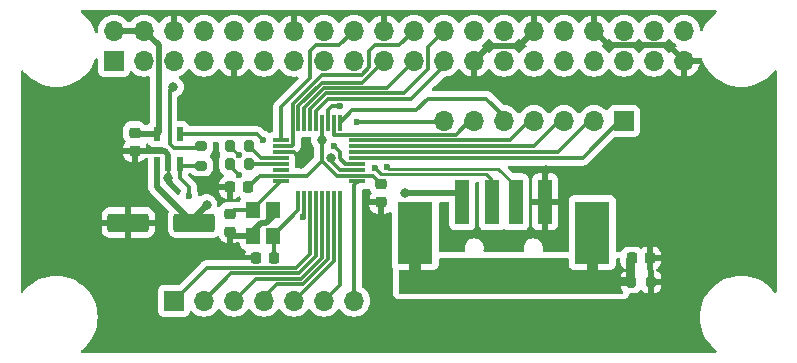
<source format=gtl>
G04 #@! TF.GenerationSoftware,KiCad,Pcbnew,7.0.7*
G04 #@! TF.CreationDate,2023-11-12T02:44:01+01:00*
G04 #@! TF.ProjectId,max3421e-rpi-uhat,6d617833-3432-4316-952d-7270692d7568,1*
G04 #@! TF.SameCoordinates,Original*
G04 #@! TF.FileFunction,Copper,L1,Top*
G04 #@! TF.FilePolarity,Positive*
%FSLAX46Y46*%
G04 Gerber Fmt 4.6, Leading zero omitted, Abs format (unit mm)*
G04 Created by KiCad (PCBNEW 7.0.7) date 2023-11-12 02:44:01*
%MOMM*%
%LPD*%
G01*
G04 APERTURE LIST*
G04 Aperture macros list*
%AMRoundRect*
0 Rectangle with rounded corners*
0 $1 Rounding radius*
0 $2 $3 $4 $5 $6 $7 $8 $9 X,Y pos of 4 corners*
0 Add a 4 corners polygon primitive as box body*
4,1,4,$2,$3,$4,$5,$6,$7,$8,$9,$2,$3,0*
0 Add four circle primitives for the rounded corners*
1,1,$1+$1,$2,$3*
1,1,$1+$1,$4,$5*
1,1,$1+$1,$6,$7*
1,1,$1+$1,$8,$9*
0 Add four rect primitives between the rounded corners*
20,1,$1+$1,$2,$3,$4,$5,0*
20,1,$1+$1,$4,$5,$6,$7,0*
20,1,$1+$1,$6,$7,$8,$9,0*
20,1,$1+$1,$8,$9,$2,$3,0*%
G04 Aperture macros list end*
G04 #@! TA.AperFunction,SMDPad,CuDef*
%ADD10RoundRect,0.225000X-0.250000X0.225000X-0.250000X-0.225000X0.250000X-0.225000X0.250000X0.225000X0*%
G04 #@! TD*
G04 #@! TA.AperFunction,ComponentPad*
%ADD11R,1.700000X1.700000*%
G04 #@! TD*
G04 #@! TA.AperFunction,ComponentPad*
%ADD12O,1.700000X1.700000*%
G04 #@! TD*
G04 #@! TA.AperFunction,SMDPad,CuDef*
%ADD13RoundRect,0.200000X0.275000X-0.200000X0.275000X0.200000X-0.275000X0.200000X-0.275000X-0.200000X0*%
G04 #@! TD*
G04 #@! TA.AperFunction,SMDPad,CuDef*
%ADD14R,1.200000X1.400000*%
G04 #@! TD*
G04 #@! TA.AperFunction,SMDPad,CuDef*
%ADD15RoundRect,0.225000X0.225000X0.250000X-0.225000X0.250000X-0.225000X-0.250000X0.225000X-0.250000X0*%
G04 #@! TD*
G04 #@! TA.AperFunction,SMDPad,CuDef*
%ADD16R,1.200000X3.800000*%
G04 #@! TD*
G04 #@! TA.AperFunction,SMDPad,CuDef*
%ADD17R,3.000000X5.300000*%
G04 #@! TD*
G04 #@! TA.AperFunction,SMDPad,CuDef*
%ADD18RoundRect,0.225000X0.250000X-0.225000X0.250000X0.225000X-0.250000X0.225000X-0.250000X-0.225000X0*%
G04 #@! TD*
G04 #@! TA.AperFunction,SMDPad,CuDef*
%ADD19RoundRect,0.225000X-0.225000X-0.250000X0.225000X-0.250000X0.225000X0.250000X-0.225000X0.250000X0*%
G04 #@! TD*
G04 #@! TA.AperFunction,SMDPad,CuDef*
%ADD20RoundRect,0.200000X0.200000X0.275000X-0.200000X0.275000X-0.200000X-0.275000X0.200000X-0.275000X0*%
G04 #@! TD*
G04 #@! TA.AperFunction,SMDPad,CuDef*
%ADD21R,0.600000X1.200000*%
G04 #@! TD*
G04 #@! TA.AperFunction,SMDPad,CuDef*
%ADD22RoundRect,0.200000X-0.200000X-0.275000X0.200000X-0.275000X0.200000X0.275000X-0.200000X0.275000X0*%
G04 #@! TD*
G04 #@! TA.AperFunction,SMDPad,CuDef*
%ADD23R,1.475000X0.300000*%
G04 #@! TD*
G04 #@! TA.AperFunction,SMDPad,CuDef*
%ADD24R,0.300000X1.475000*%
G04 #@! TD*
G04 #@! TA.AperFunction,SMDPad,CuDef*
%ADD25RoundRect,0.250000X1.500000X0.550000X-1.500000X0.550000X-1.500000X-0.550000X1.500000X-0.550000X0*%
G04 #@! TD*
G04 #@! TA.AperFunction,ViaPad*
%ADD26C,0.800000*%
G04 #@! TD*
G04 #@! TA.AperFunction,ViaPad*
%ADD27C,0.600000*%
G04 #@! TD*
G04 #@! TA.AperFunction,Conductor*
%ADD28C,0.500000*%
G04 #@! TD*
G04 #@! TA.AperFunction,Conductor*
%ADD29C,0.300000*%
G04 #@! TD*
G04 #@! TA.AperFunction,Conductor*
%ADD30C,0.259900*%
G04 #@! TD*
G04 APERTURE END LIST*
D10*
X76650000Y-53875000D03*
X76650000Y-55425000D03*
D11*
X79980000Y-68110000D03*
D12*
X82520000Y-68110000D03*
X85060000Y-68110000D03*
X87600000Y-68110000D03*
X90140000Y-68110000D03*
X92680000Y-68110000D03*
X95220000Y-68110000D03*
D13*
X82300000Y-56675000D03*
X82300000Y-55025000D03*
D14*
X88350000Y-62612000D03*
X88350000Y-60412000D03*
X86650000Y-60412000D03*
X86650000Y-62612000D03*
D10*
X97500000Y-58225000D03*
X97500000Y-59775000D03*
D15*
X120275000Y-64500000D03*
X118725000Y-64500000D03*
D16*
X104400000Y-59737500D03*
X106890000Y-59737500D03*
X108900000Y-59737500D03*
X111400000Y-59737500D03*
D17*
X100400000Y-62337500D03*
X115400000Y-62337500D03*
D18*
X84750000Y-62275000D03*
X84750000Y-60725000D03*
D19*
X86925000Y-64500000D03*
X88475000Y-64500000D03*
D20*
X86325000Y-55000000D03*
X84675000Y-55000000D03*
D21*
X78550000Y-56500000D03*
X79500000Y-56500000D03*
X80450000Y-56500000D03*
X80450000Y-54000000D03*
X78550000Y-54000000D03*
D22*
X118675000Y-66500000D03*
X120325000Y-66500000D03*
D15*
X86275000Y-58500000D03*
X84725000Y-58500000D03*
D23*
X95488000Y-58012000D03*
X95488000Y-57512000D03*
X95488000Y-57012000D03*
X95488000Y-56512000D03*
X95488000Y-56012000D03*
X95488000Y-55512000D03*
X95488000Y-55012000D03*
X95488000Y-54512000D03*
D24*
X94000000Y-53024000D03*
X93500000Y-53024000D03*
X93000000Y-53024000D03*
X92500000Y-53024000D03*
X92000000Y-53024000D03*
X91500000Y-53024000D03*
X91000000Y-53024000D03*
X90500000Y-53024000D03*
D23*
X89012000Y-54512000D03*
X89012000Y-55012000D03*
X89012000Y-55512000D03*
X89012000Y-56012000D03*
X89012000Y-56512000D03*
X89012000Y-57012000D03*
X89012000Y-57512000D03*
X89012000Y-58012000D03*
D24*
X90500000Y-59500000D03*
X91000000Y-59500000D03*
X91500000Y-59500000D03*
X92000000Y-59500000D03*
X92500000Y-59500000D03*
X93000000Y-59500000D03*
X93500000Y-59500000D03*
X94000000Y-59500000D03*
D20*
X86325000Y-56500000D03*
X84675000Y-56500000D03*
D11*
X118080000Y-52880000D03*
D12*
X115540000Y-52880000D03*
X113000000Y-52880000D03*
X110460000Y-52880000D03*
X107920000Y-52880000D03*
X105380000Y-52880000D03*
X102840000Y-52880000D03*
D25*
X81700000Y-61500000D03*
X76100000Y-61500000D03*
D11*
X74900000Y-47790000D03*
D12*
X74900000Y-45250000D03*
X77440000Y-47790000D03*
X77440000Y-45250000D03*
X79980000Y-47790000D03*
X79980000Y-45250000D03*
X82520000Y-47790000D03*
X82520000Y-45250000D03*
X85060000Y-47790000D03*
X85060000Y-45250000D03*
X87600000Y-47790000D03*
X87600000Y-45250000D03*
X90140000Y-47790000D03*
X90140000Y-45250000D03*
X92680000Y-47790000D03*
X92680000Y-45250000D03*
X95220000Y-47790000D03*
X95220000Y-45250000D03*
X97760000Y-47790000D03*
X97760000Y-45250000D03*
X100300000Y-47790000D03*
X100300000Y-45250000D03*
X102840000Y-47790000D03*
X102840000Y-45250000D03*
X105380000Y-47790000D03*
X105380000Y-45250000D03*
X107920000Y-47790000D03*
X107920000Y-45250000D03*
X110460000Y-47790000D03*
X110460000Y-45250000D03*
X113000000Y-47790000D03*
X113000000Y-45250000D03*
X115540000Y-47790000D03*
X115540000Y-45250000D03*
X118080000Y-47790000D03*
X118080000Y-45250000D03*
X120620000Y-47790000D03*
X120620000Y-45250000D03*
X123160000Y-47790000D03*
X123160000Y-45250000D03*
D26*
X76600000Y-63600000D03*
X83500000Y-57500000D03*
X111500000Y-57000000D03*
X76600000Y-59400000D03*
X93300500Y-56000000D03*
X76600000Y-56900000D03*
X97500000Y-61250000D03*
X121500000Y-64500000D03*
X90750000Y-56500000D03*
X84600000Y-63800000D03*
X113000000Y-59750000D03*
X121500000Y-66500000D03*
X79500000Y-57750000D03*
X92500000Y-54500000D03*
X79900000Y-50000000D03*
X82750000Y-60000000D03*
X99500000Y-59000000D03*
D27*
X95500000Y-53000000D03*
X94000000Y-51599500D03*
X85500000Y-57500000D03*
X98000000Y-56756211D03*
X85500000Y-55750000D03*
X97004391Y-56899961D03*
X93500000Y-55000000D03*
X87500000Y-54500000D03*
X81250000Y-59250000D03*
X90900500Y-61000000D03*
D28*
X105380000Y-47790000D02*
X106630000Y-46540000D01*
X121870000Y-46500000D02*
X116790000Y-46500000D01*
D29*
X84725000Y-58385000D02*
X84725000Y-58500000D01*
D28*
X88350000Y-60412000D02*
X88350000Y-60912000D01*
X86650000Y-62212000D02*
X86650000Y-62612000D01*
X79500000Y-55750000D02*
X79500000Y-56500000D01*
X116790000Y-46500000D02*
X115540000Y-45250000D01*
D29*
X90099500Y-55512000D02*
X89012000Y-55512000D01*
D28*
X87750000Y-61512000D02*
X87350000Y-61512000D01*
D29*
X93300500Y-56300500D02*
X94012000Y-57012000D01*
X90750000Y-56500000D02*
X90750000Y-56162500D01*
X94012000Y-57012000D02*
X95488000Y-57012000D01*
D28*
X106630000Y-46540000D02*
X109170000Y-46540000D01*
D29*
X90750000Y-56162500D02*
X90099500Y-55512000D01*
X93300500Y-56000000D02*
X93300500Y-56300500D01*
D28*
X86650000Y-62612000D02*
X85087000Y-62612000D01*
X76650000Y-55425000D02*
X79175000Y-55425000D01*
X88350000Y-60912000D02*
X87750000Y-61512000D01*
X79175000Y-55425000D02*
X79500000Y-55750000D01*
X85087000Y-62612000D02*
X84750000Y-62275000D01*
X123160000Y-47790000D02*
X121870000Y-46500000D01*
X87350000Y-61512000D02*
X86650000Y-62212000D01*
X109170000Y-46540000D02*
X110460000Y-45250000D01*
D29*
X88475000Y-64500000D02*
X88475000Y-62737000D01*
X88350000Y-62612000D02*
X90500000Y-60462000D01*
X88475000Y-62737000D02*
X88350000Y-62612000D01*
X90500000Y-60462000D02*
X90500000Y-59500000D01*
X85063000Y-60412000D02*
X84750000Y-60725000D01*
X86650000Y-60412000D02*
X86650000Y-60374000D01*
X86650000Y-60374000D02*
X89012000Y-58012000D01*
X86650000Y-60412000D02*
X85063000Y-60412000D01*
X80000000Y-55200000D02*
X79600000Y-54800000D01*
X86275000Y-58500000D02*
X87263000Y-57512000D01*
X96787000Y-57512000D02*
X95488000Y-57512000D01*
X93762000Y-57512000D02*
X95488000Y-57512000D01*
X79600000Y-54800000D02*
X79600000Y-50300000D01*
X79600000Y-50300000D02*
X79900000Y-50000000D01*
X87263000Y-57512000D02*
X89012000Y-57512000D01*
X82300000Y-55025000D02*
X82125000Y-55200000D01*
X89012000Y-57512000D02*
X91238000Y-57512000D01*
X92500000Y-53024000D02*
X92500000Y-54500000D01*
X92500000Y-56250000D02*
X93762000Y-57512000D01*
X91238000Y-57512000D02*
X92500000Y-56250000D01*
X97500000Y-58225000D02*
X96787000Y-57512000D01*
X82125000Y-55200000D02*
X80000000Y-55200000D01*
X92500000Y-54500000D02*
X92500000Y-56250000D01*
D28*
X104400000Y-59000000D02*
X104400000Y-59737500D01*
X99500000Y-59000000D02*
X104400000Y-59000000D01*
X78550000Y-56500000D02*
X78550000Y-58450000D01*
X78550000Y-58450000D02*
X81600000Y-61500000D01*
X81600000Y-61150000D02*
X82750000Y-60000000D01*
X81600000Y-61500000D02*
X81600000Y-61150000D01*
X76775000Y-54000000D02*
X76650000Y-53875000D01*
X78690000Y-53860000D02*
X78690000Y-46500000D01*
X78550000Y-54000000D02*
X76775000Y-54000000D01*
X78550000Y-54000000D02*
X78690000Y-53860000D01*
X77440000Y-45250000D02*
X74900000Y-45250000D01*
X78690000Y-46500000D02*
X77440000Y-45250000D01*
D29*
X89012000Y-51738000D02*
X91500000Y-49250000D01*
X91500000Y-47000000D02*
X92000000Y-46500000D01*
X92000000Y-46500000D02*
X93970000Y-46500000D01*
X89012000Y-54512000D02*
X89012000Y-51738000D01*
X91500000Y-49250000D02*
X91500000Y-47000000D01*
X93970000Y-46500000D02*
X95220000Y-45250000D01*
X90500000Y-51627312D02*
X92477312Y-49650000D01*
X90500000Y-53024000D02*
X90500000Y-51627312D01*
X92477312Y-49650000D02*
X95900000Y-49650000D01*
X95900000Y-49650000D02*
X97760000Y-47790000D01*
X92663708Y-50100000D02*
X97990000Y-50100000D01*
X97990000Y-50100000D02*
X100300000Y-47790000D01*
X91000000Y-51763708D02*
X92663708Y-50100000D01*
X91000000Y-53024000D02*
X91000000Y-51763708D01*
X89012000Y-55012000D02*
X89998050Y-55012000D01*
X97000000Y-46500000D02*
X99050000Y-46500000D01*
X89998050Y-55012000D02*
X90049500Y-54960550D01*
X90049500Y-51441416D02*
X92490916Y-49000000D01*
X96500000Y-48360000D02*
X96500000Y-47000000D01*
X92490916Y-49000000D02*
X95860000Y-49000000D01*
X90049500Y-54960550D02*
X90049500Y-51441416D01*
X95860000Y-49000000D02*
X96500000Y-48360000D01*
X99050000Y-46500000D02*
X100300000Y-45250000D01*
X96500000Y-47000000D02*
X97000000Y-46500000D01*
X93036500Y-51000000D02*
X100065000Y-51000000D01*
X100065000Y-51000000D02*
X102840000Y-48225000D01*
X92000000Y-52036500D02*
X93036500Y-51000000D01*
X92000000Y-53024000D02*
X92000000Y-52036500D01*
X102840000Y-48225000D02*
X102840000Y-47790000D01*
X99443604Y-50550000D02*
X101500000Y-48493604D01*
X91500000Y-53024000D02*
X91500000Y-51900104D01*
X91500000Y-51900104D02*
X92850104Y-50550000D01*
X101500000Y-46590000D02*
X102840000Y-45250000D01*
X92850104Y-50550000D02*
X99443604Y-50550000D01*
X101500000Y-48493604D02*
X101500000Y-46590000D01*
X90340812Y-65350000D02*
X91500000Y-64190812D01*
X91500000Y-64190812D02*
X91500000Y-59500000D01*
X82740000Y-65350000D02*
X90340812Y-65350000D01*
X79980000Y-68110000D02*
X82740000Y-65350000D01*
X90527208Y-65800000D02*
X92000000Y-64327208D01*
X82520000Y-68110000D02*
X84830000Y-65800000D01*
X92000000Y-64327208D02*
X92000000Y-59500000D01*
X84830000Y-65800000D02*
X90527208Y-65800000D01*
X90713604Y-66250000D02*
X92500000Y-64463604D01*
X86920000Y-66250000D02*
X90713604Y-66250000D01*
X85060000Y-68110000D02*
X86920000Y-66250000D01*
X92500000Y-64463604D02*
X92500000Y-59500000D01*
X93000000Y-64600000D02*
X93000000Y-59500000D01*
X88700000Y-66700000D02*
X90900000Y-66700000D01*
X87600000Y-68110000D02*
X87600000Y-67800000D01*
X87600000Y-67800000D02*
X88700000Y-66700000D01*
X90900000Y-66700000D02*
X93000000Y-64600000D01*
X90140000Y-68110000D02*
X93500000Y-64750000D01*
X93500000Y-64750000D02*
X93500000Y-59500000D01*
X92680000Y-68110000D02*
X94000000Y-66790000D01*
X94000000Y-66790000D02*
X94000000Y-59500000D01*
X95220000Y-58280000D02*
X95488000Y-58012000D01*
X95220000Y-68110000D02*
X95220000Y-58280000D01*
X95540000Y-58064000D02*
X95488000Y-58012000D01*
X118080000Y-52500000D02*
X114568000Y-56012000D01*
X114568000Y-56012000D02*
X95488000Y-56012000D01*
X115540000Y-52500000D02*
X112528000Y-55512000D01*
X112528000Y-55512000D02*
X95488000Y-55512000D01*
X110488000Y-55012000D02*
X95488000Y-55012000D01*
X113000000Y-52500000D02*
X110488000Y-55012000D01*
X108448000Y-54512000D02*
X95488000Y-54512000D01*
X110460000Y-52500000D02*
X108448000Y-54512000D01*
X101500000Y-51000000D02*
X100500000Y-52000000D01*
X106420000Y-51000000D02*
X101500000Y-51000000D01*
X100500000Y-52000000D02*
X95024000Y-52000000D01*
X107920000Y-52500000D02*
X106420000Y-51000000D01*
X95024000Y-52000000D02*
X94000000Y-53024000D01*
X93550000Y-54061500D02*
X93500000Y-54011500D01*
X103818500Y-54061500D02*
X93550000Y-54061500D01*
X93500000Y-54011500D02*
X93500000Y-53024000D01*
X105380000Y-52500000D02*
X103818500Y-54061500D01*
X102840000Y-52500000D02*
X102340000Y-53000000D01*
X94000000Y-51599500D02*
X93387000Y-51599500D01*
X93387000Y-51599500D02*
X93000000Y-51986500D01*
X93000000Y-51986500D02*
X93000000Y-53024000D01*
X102340000Y-53000000D02*
X95500000Y-53000000D01*
X89012000Y-56512000D02*
X86337000Y-56512000D01*
X86337000Y-56512000D02*
X86325000Y-56500000D01*
D30*
X85462500Y-57500000D02*
X84675000Y-56712500D01*
X98169550Y-56925761D02*
X107425761Y-56925761D01*
X108900000Y-58400000D02*
X108900000Y-59737500D01*
X98000000Y-56756211D02*
X98169550Y-56925761D01*
X107425761Y-56925761D02*
X108900000Y-58400000D01*
X85500000Y-57500000D02*
X85462500Y-57500000D01*
X84675000Y-56712500D02*
X84675000Y-56500000D01*
D29*
X87337000Y-56012000D02*
X86325000Y-55000000D01*
X89012000Y-56012000D02*
X87337000Y-56012000D01*
D30*
X97490091Y-57385661D02*
X106385661Y-57385661D01*
X85500000Y-55750000D02*
X85425000Y-55750000D01*
X97004391Y-56899961D02*
X97490091Y-57385661D01*
X85425000Y-55750000D02*
X84675000Y-55000000D01*
X106385661Y-57385661D02*
X106890000Y-57890000D01*
X106890000Y-57890000D02*
X106890000Y-59737500D01*
D29*
X93500000Y-55000000D02*
X94000000Y-55500000D01*
X94000000Y-56061500D02*
X94450500Y-56512000D01*
X87500000Y-54500000D02*
X87000000Y-54000000D01*
X94000000Y-55500000D02*
X94000000Y-56061500D01*
X94450500Y-56512000D02*
X95488000Y-56512000D01*
X87000000Y-54000000D02*
X80450000Y-54000000D01*
X81250000Y-58500000D02*
X80450000Y-57700000D01*
X80625000Y-56675000D02*
X80450000Y-56500000D01*
X80450000Y-57700000D02*
X80450000Y-56500000D01*
X91000000Y-60900500D02*
X90900500Y-61000000D01*
X81250000Y-59250000D02*
X81250000Y-58500000D01*
X82300000Y-56675000D02*
X80625000Y-56675000D01*
X91000000Y-59500000D02*
X91000000Y-60900500D01*
G04 #@! TA.AperFunction,Conductor*
G36*
X100900000Y-65487500D02*
G01*
X101947828Y-65487500D01*
X101947844Y-65487499D01*
X102007372Y-65481098D01*
X102007379Y-65481096D01*
X102142086Y-65430854D01*
X102142093Y-65430850D01*
X102257187Y-65344690D01*
X102257190Y-65344687D01*
X102343350Y-65229593D01*
X102343354Y-65229586D01*
X102393596Y-65094879D01*
X102393598Y-65094872D01*
X102399999Y-65035344D01*
X102400000Y-65035327D01*
X102400000Y-64624000D01*
X102419685Y-64556961D01*
X102472489Y-64511206D01*
X102524000Y-64500000D01*
X113276000Y-64500000D01*
X113343039Y-64519685D01*
X113388794Y-64572489D01*
X113400000Y-64624000D01*
X113400000Y-65035344D01*
X113406401Y-65094872D01*
X113406403Y-65094879D01*
X113456645Y-65229586D01*
X113456649Y-65229593D01*
X113542809Y-65344687D01*
X113542812Y-65344690D01*
X113657906Y-65430850D01*
X113657913Y-65430854D01*
X113792620Y-65481096D01*
X113792627Y-65481098D01*
X113852155Y-65487499D01*
X113852172Y-65487500D01*
X114900000Y-65487500D01*
X114900000Y-64500000D01*
X115900000Y-64500000D01*
X115900000Y-65487500D01*
X116947828Y-65487500D01*
X116947844Y-65487499D01*
X117007372Y-65481098D01*
X117007379Y-65481096D01*
X117142086Y-65430854D01*
X117142093Y-65430850D01*
X117257187Y-65344690D01*
X117257190Y-65344687D01*
X117343350Y-65229593D01*
X117343354Y-65229586D01*
X117393596Y-65094879D01*
X117393598Y-65094872D01*
X117399999Y-65035344D01*
X117400000Y-65035327D01*
X117400000Y-64624000D01*
X117419685Y-64556961D01*
X117472489Y-64511206D01*
X117524000Y-64500000D01*
X117651001Y-64500000D01*
X117718040Y-64519685D01*
X117763795Y-64572489D01*
X117775001Y-64624000D01*
X117775001Y-64798322D01*
X117785144Y-64897607D01*
X117838452Y-65058481D01*
X117838457Y-65058492D01*
X117927424Y-65202728D01*
X117927427Y-65202732D01*
X118047267Y-65322572D01*
X118047271Y-65322575D01*
X118155307Y-65389213D01*
X118202032Y-65441161D01*
X118213253Y-65510123D01*
X118185410Y-65574205D01*
X118154360Y-65600868D01*
X118040122Y-65669927D01*
X117919927Y-65790122D01*
X117831981Y-65935603D01*
X117781410Y-66097889D01*
X117781219Y-66100000D01*
X118274999Y-66100000D01*
X118274999Y-65502618D01*
X118275000Y-65502614D01*
X118275000Y-64500000D01*
X119000000Y-64500000D01*
X119000000Y-66889340D01*
X118951000Y-66900000D01*
X117781219Y-66900000D01*
X117781410Y-66902110D01*
X117831981Y-67064396D01*
X117919927Y-67209877D01*
X117998369Y-67288319D01*
X118031854Y-67349642D01*
X118026870Y-67419334D01*
X117984998Y-67475267D01*
X117919534Y-67499684D01*
X117910688Y-67500000D01*
X99124000Y-67500000D01*
X99056961Y-67480315D01*
X99011206Y-67427511D01*
X99000000Y-67376000D01*
X99000000Y-65611500D01*
X99019685Y-65544461D01*
X99072489Y-65498706D01*
X99124000Y-65487500D01*
X99900000Y-65487500D01*
X99900000Y-64500000D01*
X100900000Y-64500000D01*
X100900000Y-65487500D01*
G37*
G04 #@! TD.AperFunction*
G04 #@! TA.AperFunction,Conductor*
G36*
X124652725Y-47561433D02*
G01*
X124679774Y-47603630D01*
X124802592Y-47923581D01*
X124968913Y-48250004D01*
X125168435Y-48557241D01*
X125168437Y-48557243D01*
X125168440Y-48557247D01*
X125168441Y-48557248D01*
X125398993Y-48841957D01*
X125658043Y-49101007D01*
X125937261Y-49327112D01*
X125942756Y-49331562D01*
X125942758Y-49331564D01*
X126249995Y-49531086D01*
X126250000Y-49531089D01*
X126576422Y-49697409D01*
X126918441Y-49828698D01*
X127272309Y-49923517D01*
X127634150Y-49980827D01*
X127979765Y-49998939D01*
X127999999Y-50000000D01*
X128000000Y-50000000D01*
X128000001Y-50000000D01*
X128019174Y-49998995D01*
X128365850Y-49980827D01*
X128727691Y-49923517D01*
X129081559Y-49828698D01*
X129423578Y-49697409D01*
X129750000Y-49531089D01*
X129931563Y-49413180D01*
X130057241Y-49331564D01*
X130057243Y-49331562D01*
X130057248Y-49331559D01*
X130341957Y-49101007D01*
X130601007Y-48841957D01*
X130710642Y-48706569D01*
X130779134Y-48621988D01*
X130836621Y-48582276D01*
X130906451Y-48579948D01*
X130966455Y-48615743D01*
X130997582Y-48678296D01*
X130999500Y-48700023D01*
X130999500Y-67299976D01*
X130979815Y-67367015D01*
X130927011Y-67412770D01*
X130857853Y-67422714D01*
X130794297Y-67393689D01*
X130779134Y-67378012D01*
X130644794Y-67212116D01*
X130601007Y-67158043D01*
X130341957Y-66898993D01*
X130057248Y-66668441D01*
X130057247Y-66668440D01*
X130057243Y-66668437D01*
X130057241Y-66668435D01*
X129750004Y-66468913D01*
X129423581Y-66302592D01*
X129081566Y-66171304D01*
X129070792Y-66168417D01*
X128727691Y-66076483D01*
X128727687Y-66076482D01*
X128727686Y-66076482D01*
X128365851Y-66019173D01*
X128000001Y-66000000D01*
X127999999Y-66000000D01*
X127634148Y-66019173D01*
X127272314Y-66076482D01*
X127272312Y-66076482D01*
X126918433Y-66171304D01*
X126576418Y-66302592D01*
X126249995Y-66468913D01*
X125942758Y-66668435D01*
X125942756Y-66668437D01*
X125658047Y-66898989D01*
X125658039Y-66898996D01*
X125398996Y-67158039D01*
X125398989Y-67158047D01*
X125168437Y-67442756D01*
X125168435Y-67442758D01*
X124968913Y-67749995D01*
X124802592Y-68076418D01*
X124671304Y-68418433D01*
X124576482Y-68772312D01*
X124576482Y-68772314D01*
X124519173Y-69134148D01*
X124500000Y-69499999D01*
X124500000Y-69500000D01*
X124519173Y-69865851D01*
X124576482Y-70227685D01*
X124576482Y-70227687D01*
X124671304Y-70581566D01*
X124802592Y-70923581D01*
X124968913Y-71250004D01*
X125168435Y-71557241D01*
X125168437Y-71557243D01*
X125168440Y-71557247D01*
X125168441Y-71557248D01*
X125398993Y-71841957D01*
X125658043Y-72101007D01*
X125658047Y-72101010D01*
X125878012Y-72279134D01*
X125917723Y-72336621D01*
X125920051Y-72406452D01*
X125884256Y-72466456D01*
X125821702Y-72497582D01*
X125799976Y-72499500D01*
X72200024Y-72499500D01*
X72132985Y-72479815D01*
X72087230Y-72427011D01*
X72077286Y-72357853D01*
X72106311Y-72294297D01*
X72121988Y-72279134D01*
X72162371Y-72246432D01*
X72341957Y-72101007D01*
X72601007Y-71841957D01*
X72831559Y-71557248D01*
X72869736Y-71498462D01*
X73031086Y-71250004D01*
X73031089Y-71250000D01*
X73197409Y-70923578D01*
X73328698Y-70581559D01*
X73423517Y-70227691D01*
X73480827Y-69865850D01*
X73500000Y-69500000D01*
X73480827Y-69134150D01*
X73423517Y-68772309D01*
X73328698Y-68418441D01*
X73197409Y-68076422D01*
X73031089Y-67750000D01*
X73013084Y-67722275D01*
X72831564Y-67442758D01*
X72831562Y-67442756D01*
X72822991Y-67432171D01*
X72601007Y-67158043D01*
X72341957Y-66898993D01*
X72057248Y-66668441D01*
X72057247Y-66668440D01*
X72057243Y-66668437D01*
X72057241Y-66668435D01*
X71750004Y-66468913D01*
X71423581Y-66302592D01*
X71081566Y-66171304D01*
X71070792Y-66168417D01*
X70727691Y-66076483D01*
X70727687Y-66076482D01*
X70727686Y-66076482D01*
X70365851Y-66019173D01*
X70000001Y-66000000D01*
X69999999Y-66000000D01*
X69634148Y-66019173D01*
X69272314Y-66076482D01*
X69272312Y-66076482D01*
X68918433Y-66171304D01*
X68576418Y-66302592D01*
X68249995Y-66468913D01*
X67942758Y-66668435D01*
X67942756Y-66668437D01*
X67658047Y-66898989D01*
X67658039Y-66898996D01*
X67398996Y-67158039D01*
X67398989Y-67158047D01*
X67220865Y-67378013D01*
X67163378Y-67417724D01*
X67093547Y-67420052D01*
X67033543Y-67384257D01*
X67002417Y-67321703D01*
X67000499Y-67299977D01*
X67000499Y-61750000D01*
X73850001Y-61750000D01*
X73850001Y-62099986D01*
X73860494Y-62202697D01*
X73915641Y-62369119D01*
X73915643Y-62369124D01*
X74007684Y-62518345D01*
X74131654Y-62642315D01*
X74280875Y-62734356D01*
X74280880Y-62734358D01*
X74447302Y-62789505D01*
X74447309Y-62789506D01*
X74550019Y-62799999D01*
X75849999Y-62799999D01*
X75850000Y-62799998D01*
X75850000Y-61750000D01*
X76350000Y-61750000D01*
X76350000Y-62799999D01*
X77649972Y-62799999D01*
X77649986Y-62799998D01*
X77752697Y-62789505D01*
X77919119Y-62734358D01*
X77919124Y-62734356D01*
X78068345Y-62642315D01*
X78192315Y-62518345D01*
X78284356Y-62369124D01*
X78284358Y-62369119D01*
X78339505Y-62202697D01*
X78339506Y-62202690D01*
X78349999Y-62099986D01*
X78350000Y-62099973D01*
X78350000Y-61750000D01*
X76350000Y-61750000D01*
X75850000Y-61750000D01*
X73850001Y-61750000D01*
X67000499Y-61750000D01*
X67000499Y-61250000D01*
X73850000Y-61250000D01*
X75850000Y-61250000D01*
X75850000Y-60200000D01*
X76350000Y-60200000D01*
X76350000Y-61250000D01*
X78349999Y-61250000D01*
X78349999Y-60900028D01*
X78349998Y-60900013D01*
X78339505Y-60797302D01*
X78284358Y-60630880D01*
X78284356Y-60630875D01*
X78192315Y-60481654D01*
X78068345Y-60357684D01*
X77919124Y-60265643D01*
X77919119Y-60265641D01*
X77752697Y-60210494D01*
X77752690Y-60210493D01*
X77649986Y-60200000D01*
X76350000Y-60200000D01*
X75850000Y-60200000D01*
X74550028Y-60200000D01*
X74550012Y-60200001D01*
X74447302Y-60210494D01*
X74280880Y-60265641D01*
X74280875Y-60265643D01*
X74131654Y-60357684D01*
X74007684Y-60481654D01*
X73915643Y-60630875D01*
X73915641Y-60630880D01*
X73860494Y-60797302D01*
X73860493Y-60797309D01*
X73850000Y-60900013D01*
X73850000Y-61250000D01*
X67000499Y-61250000D01*
X67000499Y-55675000D01*
X75675001Y-55675000D01*
X75675001Y-55698322D01*
X75685144Y-55797607D01*
X75738452Y-55958481D01*
X75738457Y-55958492D01*
X75827424Y-56102728D01*
X75827427Y-56102732D01*
X75947267Y-56222572D01*
X75947271Y-56222575D01*
X76091507Y-56311542D01*
X76091518Y-56311547D01*
X76252393Y-56364855D01*
X76351683Y-56374999D01*
X76399999Y-56374998D01*
X76400000Y-56374998D01*
X76400000Y-55675000D01*
X75675001Y-55675000D01*
X67000499Y-55675000D01*
X67000499Y-48700022D01*
X67020184Y-48632983D01*
X67072988Y-48587228D01*
X67142146Y-48577284D01*
X67205702Y-48606309D01*
X67220865Y-48621987D01*
X67398981Y-48841943D01*
X67398989Y-48841952D01*
X67398993Y-48841957D01*
X67658043Y-49101007D01*
X67937261Y-49327112D01*
X67942756Y-49331562D01*
X67942758Y-49331564D01*
X68249995Y-49531086D01*
X68250000Y-49531089D01*
X68576422Y-49697409D01*
X68918441Y-49828698D01*
X69272309Y-49923517D01*
X69634150Y-49980827D01*
X69979765Y-49998939D01*
X69999999Y-50000000D01*
X70000000Y-50000000D01*
X70000001Y-50000000D01*
X70019173Y-49998995D01*
X70365850Y-49980827D01*
X70727691Y-49923517D01*
X71081559Y-49828698D01*
X71423578Y-49697409D01*
X71750000Y-49531089D01*
X71931563Y-49413180D01*
X72057241Y-49331564D01*
X72057243Y-49331562D01*
X72057248Y-49331559D01*
X72341957Y-49101007D01*
X72601007Y-48841957D01*
X72831559Y-48557248D01*
X72912756Y-48432217D01*
X72999500Y-48298642D01*
X73031089Y-48250000D01*
X73197409Y-47923578D01*
X73309737Y-47630953D01*
X73352138Y-47575423D01*
X73417832Y-47551630D01*
X73485960Y-47567131D01*
X73534893Y-47617005D01*
X73549500Y-47675393D01*
X73549500Y-48687870D01*
X73549501Y-48687876D01*
X73555908Y-48747483D01*
X73606202Y-48882328D01*
X73606206Y-48882335D01*
X73692452Y-48997544D01*
X73692455Y-48997547D01*
X73807664Y-49083793D01*
X73807671Y-49083797D01*
X73942517Y-49134091D01*
X73942516Y-49134091D01*
X73949444Y-49134835D01*
X74002127Y-49140500D01*
X75797872Y-49140499D01*
X75857483Y-49134091D01*
X75992331Y-49083796D01*
X76107546Y-48997546D01*
X76193796Y-48882331D01*
X76242810Y-48750916D01*
X76284681Y-48694984D01*
X76350145Y-48670566D01*
X76418418Y-48685417D01*
X76446672Y-48706569D01*
X76568599Y-48828495D01*
X76665384Y-48896265D01*
X76762165Y-48964032D01*
X76762167Y-48964033D01*
X76762170Y-48964035D01*
X76976337Y-49063903D01*
X77204592Y-49125063D01*
X77381034Y-49140500D01*
X77439999Y-49145659D01*
X77440000Y-49145659D01*
X77440001Y-49145659D01*
X77479234Y-49142226D01*
X77675408Y-49125063D01*
X77783410Y-49096124D01*
X77853256Y-49097787D01*
X77911118Y-49136949D01*
X77938623Y-49201177D01*
X77939500Y-49215899D01*
X77939500Y-52945165D01*
X77919815Y-53012204D01*
X77898089Y-53035541D01*
X77898728Y-53036180D01*
X77892451Y-53042457D01*
X77806206Y-53157664D01*
X77806204Y-53157668D01*
X77806204Y-53157669D01*
X77802039Y-53168834D01*
X77760171Y-53224766D01*
X77694707Y-53249184D01*
X77685859Y-53249500D01*
X77574547Y-53249500D01*
X77507508Y-53229815D01*
X77477276Y-53202405D01*
X77472967Y-53196955D01*
X77433676Y-53157664D01*
X77353044Y-53077032D01*
X77353041Y-53077030D01*
X77353040Y-53077029D01*
X77208705Y-52988001D01*
X77208699Y-52987998D01*
X77208697Y-52987997D01*
X77208694Y-52987996D01*
X77047709Y-52934651D01*
X76948346Y-52924500D01*
X76351662Y-52924500D01*
X76351644Y-52924501D01*
X76252292Y-52934650D01*
X76252289Y-52934651D01*
X76091305Y-52987996D01*
X76091294Y-52988001D01*
X75946959Y-53077029D01*
X75946955Y-53077032D01*
X75827032Y-53196955D01*
X75827029Y-53196959D01*
X75738001Y-53341294D01*
X75737996Y-53341305D01*
X75684651Y-53502290D01*
X75674500Y-53601647D01*
X75674500Y-54148337D01*
X75674501Y-54148355D01*
X75684650Y-54247707D01*
X75684651Y-54247710D01*
X75737996Y-54408694D01*
X75738001Y-54408705D01*
X75827029Y-54553040D01*
X75827032Y-54553044D01*
X75836660Y-54562672D01*
X75870145Y-54623995D01*
X75865161Y-54693687D01*
X75836663Y-54738031D01*
X75827428Y-54747265D01*
X75827424Y-54747271D01*
X75738457Y-54891507D01*
X75738452Y-54891518D01*
X75685144Y-55052393D01*
X75675000Y-55151677D01*
X75675000Y-55175000D01*
X77624999Y-55175000D01*
X77624999Y-55151692D01*
X77624998Y-55151677D01*
X77614855Y-55052392D01*
X77574248Y-54929846D01*
X77571846Y-54860017D01*
X77607578Y-54799976D01*
X77670098Y-54768783D01*
X77739558Y-54776344D01*
X77793903Y-54820256D01*
X77801498Y-54834800D01*
X77801956Y-54834551D01*
X77806205Y-54842334D01*
X77892452Y-54957544D01*
X77892455Y-54957547D01*
X78007664Y-55043793D01*
X78007671Y-55043797D01*
X78052618Y-55060561D01*
X78142517Y-55094091D01*
X78202127Y-55100500D01*
X78897872Y-55100499D01*
X78934455Y-55096566D01*
X79003212Y-55108972D01*
X79048023Y-55146967D01*
X79050096Y-55149819D01*
X79053991Y-55155181D01*
X79057190Y-55160052D01*
X79066030Y-55175000D01*
X79081919Y-55201865D01*
X79081924Y-55201870D01*
X79086700Y-55208027D01*
X79084716Y-55209565D01*
X79112304Y-55260088D01*
X79107320Y-55329780D01*
X79065448Y-55385713D01*
X78999984Y-55410130D01*
X78962631Y-55407125D01*
X78957489Y-55405910D01*
X78957484Y-55405909D01*
X78957483Y-55405909D01*
X78897873Y-55399500D01*
X78897863Y-55399500D01*
X78202129Y-55399500D01*
X78202123Y-55399501D01*
X78142516Y-55405908D01*
X78007671Y-55456202D01*
X78007664Y-55456206D01*
X77892455Y-55542452D01*
X77806966Y-55656650D01*
X77751032Y-55698520D01*
X77681340Y-55703504D01*
X77629141Y-55675000D01*
X76900000Y-55675000D01*
X76900000Y-56374999D01*
X76948308Y-56374999D01*
X76948322Y-56374998D01*
X77047607Y-56364855D01*
X77208481Y-56311547D01*
X77208492Y-56311542D01*
X77352728Y-56222575D01*
X77352732Y-56222572D01*
X77472571Y-56102733D01*
X77519961Y-56025903D01*
X77571909Y-55979179D01*
X77640872Y-55967956D01*
X77704954Y-55995800D01*
X77743810Y-56053869D01*
X77749500Y-56091000D01*
X77749500Y-57147870D01*
X77749501Y-57147876D01*
X77755908Y-57207483D01*
X77791682Y-57303395D01*
X77799500Y-57346728D01*
X77799500Y-58386294D01*
X77798191Y-58404263D01*
X77794710Y-58428025D01*
X77799264Y-58480064D01*
X77799500Y-58485470D01*
X77799500Y-58493709D01*
X77803306Y-58526274D01*
X77810000Y-58602791D01*
X77811461Y-58609867D01*
X77811403Y-58609878D01*
X77813034Y-58617237D01*
X77813092Y-58617224D01*
X77814757Y-58624250D01*
X77841025Y-58696424D01*
X77865185Y-58769331D01*
X77868236Y-58775874D01*
X77868182Y-58775898D01*
X77871470Y-58782688D01*
X77871521Y-58782663D01*
X77874761Y-58789113D01*
X77874762Y-58789114D01*
X77874763Y-58789117D01*
X77889092Y-58810903D01*
X77916965Y-58853283D01*
X77957287Y-58918655D01*
X77961766Y-58924319D01*
X77961719Y-58924356D01*
X77966482Y-58930202D01*
X77966528Y-58930164D01*
X77971173Y-58935700D01*
X78011764Y-58973995D01*
X78027018Y-58988386D01*
X78800338Y-59761706D01*
X79504650Y-60466017D01*
X79538135Y-60527340D01*
X79533151Y-60597031D01*
X79522510Y-60618790D01*
X79515186Y-60630666D01*
X79460001Y-60797203D01*
X79460001Y-60797204D01*
X79460000Y-60797204D01*
X79449500Y-60899983D01*
X79449500Y-62100001D01*
X79449501Y-62100018D01*
X79460000Y-62202796D01*
X79460001Y-62202799D01*
X79515185Y-62369331D01*
X79515187Y-62369336D01*
X79543827Y-62415768D01*
X79607288Y-62518656D01*
X79731344Y-62642712D01*
X79880666Y-62734814D01*
X80047203Y-62789999D01*
X80149991Y-62800500D01*
X83250008Y-62800499D01*
X83352797Y-62789999D01*
X83519334Y-62734814D01*
X83630555Y-62666212D01*
X83697945Y-62647772D01*
X83764608Y-62668694D01*
X83809378Y-62722336D01*
X83813356Y-62732746D01*
X83838453Y-62808483D01*
X83838457Y-62808492D01*
X83927424Y-62952728D01*
X83927427Y-62952732D01*
X84047267Y-63072572D01*
X84047271Y-63072575D01*
X84191507Y-63161542D01*
X84191518Y-63161547D01*
X84352393Y-63214855D01*
X84451683Y-63224999D01*
X84499999Y-63224998D01*
X84500000Y-63224998D01*
X84500000Y-62149000D01*
X84519685Y-62081961D01*
X84572489Y-62036206D01*
X84624000Y-62025000D01*
X84876000Y-62025000D01*
X84943039Y-62044685D01*
X84988794Y-62097489D01*
X85000000Y-62149000D01*
X85000000Y-63224999D01*
X85048308Y-63224999D01*
X85048322Y-63224998D01*
X85147607Y-63214855D01*
X85308481Y-63161547D01*
X85308487Y-63161544D01*
X85360902Y-63129214D01*
X85428294Y-63110773D01*
X85494958Y-63131695D01*
X85539728Y-63185336D01*
X85550000Y-63234752D01*
X85550000Y-63359844D01*
X85556401Y-63419372D01*
X85556403Y-63419379D01*
X85606645Y-63554086D01*
X85606649Y-63554093D01*
X85692809Y-63669187D01*
X85692812Y-63669190D01*
X85807906Y-63755350D01*
X85807913Y-63755354D01*
X85949892Y-63808309D01*
X85949334Y-63809804D01*
X86002181Y-63839887D01*
X86034576Y-63901793D01*
X86030668Y-63965006D01*
X85985144Y-64102390D01*
X85985144Y-64102391D01*
X85975000Y-64201677D01*
X85975000Y-64250000D01*
X87051000Y-64250000D01*
X87118039Y-64269685D01*
X87163794Y-64322489D01*
X87175000Y-64374000D01*
X87175000Y-64575500D01*
X87155315Y-64642539D01*
X87102511Y-64688294D01*
X87051000Y-64699500D01*
X82825504Y-64699500D01*
X82809493Y-64697732D01*
X82809471Y-64697974D01*
X82801704Y-64697240D01*
X82801703Y-64697240D01*
X82729796Y-64699500D01*
X82699075Y-64699500D01*
X82699071Y-64699500D01*
X82699061Y-64699501D01*
X82691793Y-64700419D01*
X82685976Y-64700876D01*
X82637435Y-64702402D01*
X82637424Y-64702404D01*
X82617048Y-64708323D01*
X82598008Y-64712266D01*
X82576947Y-64714927D01*
X82576939Y-64714929D01*
X82531775Y-64732811D01*
X82526247Y-64734703D01*
X82479602Y-64748255D01*
X82461332Y-64759060D01*
X82443863Y-64767618D01*
X82424128Y-64775432D01*
X82424126Y-64775433D01*
X82384839Y-64803977D01*
X82379956Y-64807184D01*
X82338132Y-64831919D01*
X82323126Y-64846926D01*
X82308336Y-64859558D01*
X82291167Y-64872032D01*
X82291165Y-64872034D01*
X82260194Y-64909470D01*
X82256262Y-64913791D01*
X80446871Y-66723181D01*
X80385548Y-66756666D01*
X80359190Y-66759500D01*
X79082129Y-66759500D01*
X79082123Y-66759501D01*
X79022516Y-66765908D01*
X78887671Y-66816202D01*
X78887664Y-66816206D01*
X78772455Y-66902452D01*
X78772452Y-66902455D01*
X78686206Y-67017664D01*
X78686202Y-67017671D01*
X78635908Y-67152517D01*
X78629501Y-67212116D01*
X78629500Y-67212135D01*
X78629500Y-69007870D01*
X78629501Y-69007876D01*
X78635908Y-69067483D01*
X78686202Y-69202328D01*
X78686206Y-69202335D01*
X78772452Y-69317544D01*
X78772455Y-69317547D01*
X78887664Y-69403793D01*
X78887671Y-69403797D01*
X79022517Y-69454091D01*
X79022516Y-69454091D01*
X79029444Y-69454835D01*
X79082127Y-69460500D01*
X80877872Y-69460499D01*
X80937483Y-69454091D01*
X81072331Y-69403796D01*
X81187546Y-69317546D01*
X81273796Y-69202331D01*
X81322810Y-69070916D01*
X81364681Y-69014984D01*
X81430145Y-68990566D01*
X81498418Y-69005417D01*
X81526672Y-69026569D01*
X81648599Y-69148495D01*
X81745384Y-69216265D01*
X81842165Y-69284032D01*
X81842167Y-69284033D01*
X81842170Y-69284035D01*
X82056337Y-69383903D01*
X82284592Y-69445063D01*
X82461034Y-69460500D01*
X82519999Y-69465659D01*
X82520000Y-69465659D01*
X82520001Y-69465659D01*
X82578966Y-69460500D01*
X82755408Y-69445063D01*
X82983663Y-69383903D01*
X83197830Y-69284035D01*
X83391401Y-69148495D01*
X83558495Y-68981401D01*
X83688426Y-68795840D01*
X83743001Y-68752217D01*
X83812499Y-68745023D01*
X83874854Y-68776546D01*
X83891574Y-68795841D01*
X84021505Y-68981401D01*
X84188599Y-69148495D01*
X84285384Y-69216264D01*
X84382165Y-69284032D01*
X84382167Y-69284033D01*
X84382170Y-69284035D01*
X84596337Y-69383903D01*
X84824592Y-69445063D01*
X85001034Y-69460500D01*
X85059999Y-69465659D01*
X85060000Y-69465659D01*
X85060001Y-69465659D01*
X85118966Y-69460500D01*
X85295408Y-69445063D01*
X85523663Y-69383903D01*
X85737830Y-69284035D01*
X85931401Y-69148495D01*
X86098495Y-68981401D01*
X86228426Y-68795840D01*
X86283001Y-68752217D01*
X86352499Y-68745023D01*
X86414854Y-68776546D01*
X86431574Y-68795841D01*
X86561505Y-68981401D01*
X86728599Y-69148495D01*
X86825384Y-69216264D01*
X86922165Y-69284032D01*
X86922167Y-69284033D01*
X86922170Y-69284035D01*
X87136337Y-69383903D01*
X87364592Y-69445063D01*
X87541034Y-69460500D01*
X87599999Y-69465659D01*
X87600000Y-69465659D01*
X87600001Y-69465659D01*
X87658966Y-69460500D01*
X87835408Y-69445063D01*
X88063663Y-69383903D01*
X88277830Y-69284035D01*
X88471401Y-69148495D01*
X88638495Y-68981401D01*
X88768426Y-68795840D01*
X88823001Y-68752217D01*
X88892499Y-68745023D01*
X88954854Y-68776546D01*
X88971574Y-68795841D01*
X89101505Y-68981401D01*
X89268599Y-69148495D01*
X89365384Y-69216264D01*
X89462165Y-69284032D01*
X89462167Y-69284033D01*
X89462170Y-69284035D01*
X89676337Y-69383903D01*
X89904592Y-69445063D01*
X90081034Y-69460500D01*
X90139999Y-69465659D01*
X90140000Y-69465659D01*
X90140001Y-69465659D01*
X90198966Y-69460500D01*
X90375408Y-69445063D01*
X90603663Y-69383903D01*
X90817830Y-69284035D01*
X91011401Y-69148495D01*
X91178495Y-68981401D01*
X91308426Y-68795840D01*
X91363001Y-68752217D01*
X91432499Y-68745023D01*
X91494854Y-68776546D01*
X91511574Y-68795841D01*
X91641505Y-68981401D01*
X91808599Y-69148495D01*
X91905384Y-69216265D01*
X92002165Y-69284032D01*
X92002167Y-69284033D01*
X92002170Y-69284035D01*
X92216337Y-69383903D01*
X92444592Y-69445063D01*
X92621034Y-69460500D01*
X92679999Y-69465659D01*
X92680000Y-69465659D01*
X92680001Y-69465659D01*
X92738966Y-69460500D01*
X92915408Y-69445063D01*
X93143663Y-69383903D01*
X93357830Y-69284035D01*
X93551401Y-69148495D01*
X93718495Y-68981401D01*
X93848426Y-68795840D01*
X93903001Y-68752217D01*
X93972499Y-68745023D01*
X94034854Y-68776546D01*
X94051574Y-68795841D01*
X94181505Y-68981401D01*
X94348599Y-69148495D01*
X94445384Y-69216265D01*
X94542165Y-69284032D01*
X94542167Y-69284033D01*
X94542170Y-69284035D01*
X94756337Y-69383903D01*
X94984592Y-69445063D01*
X95161034Y-69460500D01*
X95219999Y-69465659D01*
X95220000Y-69465659D01*
X95220001Y-69465659D01*
X95278966Y-69460500D01*
X95455408Y-69445063D01*
X95683663Y-69383903D01*
X95897830Y-69284035D01*
X96091401Y-69148495D01*
X96258495Y-68981401D01*
X96394035Y-68787830D01*
X96493903Y-68573663D01*
X96555063Y-68345408D01*
X96575659Y-68110000D01*
X96555063Y-67874592D01*
X96493903Y-67646337D01*
X96394035Y-67432171D01*
X96387414Y-67422714D01*
X96258494Y-67238597D01*
X96091402Y-67071506D01*
X96091401Y-67071505D01*
X95994860Y-67003906D01*
X95923376Y-66953852D01*
X95879751Y-66899275D01*
X95870500Y-66852277D01*
X95870500Y-60025000D01*
X96525001Y-60025000D01*
X96525001Y-60048322D01*
X96535144Y-60147607D01*
X96588452Y-60308481D01*
X96588457Y-60308492D01*
X96677424Y-60452728D01*
X96677427Y-60452732D01*
X96797267Y-60572572D01*
X96797271Y-60572575D01*
X96941507Y-60661542D01*
X96941518Y-60661547D01*
X97102393Y-60714855D01*
X97201683Y-60724999D01*
X97249999Y-60724998D01*
X97250000Y-60724998D01*
X97250000Y-60025000D01*
X96525001Y-60025000D01*
X95870500Y-60025000D01*
X95870500Y-58786499D01*
X95890185Y-58719460D01*
X95942989Y-58673705D01*
X95994500Y-58662499D01*
X96273371Y-58662499D01*
X96273372Y-58662499D01*
X96332983Y-58656091D01*
X96409122Y-58627692D01*
X96478813Y-58622709D01*
X96540136Y-58656194D01*
X96570161Y-58704871D01*
X96587996Y-58758694D01*
X96588001Y-58758705D01*
X96677029Y-58903040D01*
X96677032Y-58903044D01*
X96686660Y-58912672D01*
X96720145Y-58973995D01*
X96715161Y-59043687D01*
X96686663Y-59088031D01*
X96677428Y-59097265D01*
X96677424Y-59097271D01*
X96588457Y-59241507D01*
X96588452Y-59241518D01*
X96535144Y-59402393D01*
X96525000Y-59501677D01*
X96525000Y-59525000D01*
X97626000Y-59525000D01*
X97693039Y-59544685D01*
X97738794Y-59597489D01*
X97750000Y-59649000D01*
X97750000Y-60724999D01*
X97798308Y-60724999D01*
X97798322Y-60724998D01*
X97897607Y-60714855D01*
X98058481Y-60661547D01*
X98058492Y-60661542D01*
X98208879Y-60568782D01*
X98210322Y-60571123D01*
X98263338Y-60549712D01*
X98331985Y-60562726D01*
X98382698Y-60610788D01*
X98399500Y-60673114D01*
X98399500Y-65035370D01*
X98399501Y-65035376D01*
X98405908Y-65094983D01*
X98456202Y-65229828D01*
X98456203Y-65229830D01*
X98511680Y-65303937D01*
X98536097Y-65369401D01*
X98531390Y-65413184D01*
X98514978Y-65469075D01*
X98514976Y-65469080D01*
X98503437Y-65549340D01*
X98494500Y-65611500D01*
X98494500Y-67376000D01*
X98494501Y-67376009D01*
X98506052Y-67483450D01*
X98506054Y-67483462D01*
X98517260Y-67534972D01*
X98551383Y-67637497D01*
X98551386Y-67637503D01*
X98629171Y-67758537D01*
X98629179Y-67758548D01*
X98674923Y-67811340D01*
X98674926Y-67811343D01*
X98674930Y-67811347D01*
X98783664Y-67905567D01*
X98783667Y-67905568D01*
X98783668Y-67905569D01*
X98878536Y-67948895D01*
X98914541Y-67965338D01*
X98959357Y-67978497D01*
X98981575Y-67985022D01*
X98981580Y-67985023D01*
X98981584Y-67985024D01*
X99124000Y-68005500D01*
X99124003Y-68005500D01*
X117919712Y-68005500D01*
X117919714Y-68005500D01*
X117937580Y-68004862D01*
X117955597Y-68003896D01*
X118096189Y-67973312D01*
X118161653Y-67948895D01*
X118287928Y-67879944D01*
X118389668Y-67778207D01*
X118413632Y-67746195D01*
X118431537Y-67722279D01*
X118431539Y-67722275D01*
X118431540Y-67722274D01*
X118431546Y-67722266D01*
X118500499Y-67595985D01*
X118505468Y-67573141D01*
X118538952Y-67511819D01*
X118600275Y-67478334D01*
X118626634Y-67475500D01*
X118931613Y-67475500D01*
X118931616Y-67475500D01*
X119002196Y-67469086D01*
X119164606Y-67418478D01*
X119310185Y-67330472D01*
X119412673Y-67227983D01*
X119473994Y-67194499D01*
X119543685Y-67199483D01*
X119588034Y-67227984D01*
X119690122Y-67330072D01*
X119835604Y-67418019D01*
X119835603Y-67418019D01*
X119997894Y-67468590D01*
X119997893Y-67468590D01*
X120068408Y-67474998D01*
X120068426Y-67474999D01*
X120074999Y-67474998D01*
X120075000Y-67474998D01*
X120075000Y-66750000D01*
X120575000Y-66750000D01*
X120575000Y-67474999D01*
X120581581Y-67474999D01*
X120652102Y-67468591D01*
X120652107Y-67468590D01*
X120814396Y-67418018D01*
X120959877Y-67330072D01*
X121080072Y-67209877D01*
X121168019Y-67064395D01*
X121218590Y-66902106D01*
X121225000Y-66831572D01*
X121225000Y-66750000D01*
X120575000Y-66750000D01*
X120075000Y-66750000D01*
X120075000Y-65524999D01*
X120061325Y-65511327D01*
X120027835Y-65450007D01*
X120024999Y-65423639D01*
X120025000Y-64750000D01*
X120525000Y-64750000D01*
X120525000Y-65474999D01*
X120538681Y-65488680D01*
X120572166Y-65550003D01*
X120575000Y-65576361D01*
X120575000Y-66250000D01*
X121224998Y-66250000D01*
X121224998Y-66168417D01*
X121218591Y-66097897D01*
X121218590Y-66097892D01*
X121168018Y-65935603D01*
X121080072Y-65790122D01*
X120959877Y-65669927D01*
X120845639Y-65600868D01*
X120798452Y-65549340D01*
X120786613Y-65480481D01*
X120813882Y-65416152D01*
X120844692Y-65389212D01*
X120952733Y-65322571D01*
X121072572Y-65202732D01*
X121072575Y-65202728D01*
X121161542Y-65058492D01*
X121161547Y-65058481D01*
X121214855Y-64897606D01*
X121224999Y-64798322D01*
X121225000Y-64798309D01*
X121225000Y-64750000D01*
X120525000Y-64750000D01*
X120025000Y-64750000D01*
X120025000Y-63525000D01*
X120525000Y-63525000D01*
X120525000Y-64250000D01*
X121224999Y-64250000D01*
X121224999Y-64201692D01*
X121224998Y-64201677D01*
X121214855Y-64102392D01*
X121161547Y-63941518D01*
X121161542Y-63941507D01*
X121072575Y-63797271D01*
X121072572Y-63797267D01*
X120952732Y-63677427D01*
X120952728Y-63677424D01*
X120808492Y-63588457D01*
X120808481Y-63588452D01*
X120647606Y-63535144D01*
X120548322Y-63525000D01*
X120525000Y-63525000D01*
X120025000Y-63525000D01*
X120025000Y-63524999D01*
X120001693Y-63525000D01*
X120001674Y-63525001D01*
X119902392Y-63535144D01*
X119741518Y-63588452D01*
X119741507Y-63588457D01*
X119597271Y-63677424D01*
X119597265Y-63677428D01*
X119588031Y-63686663D01*
X119526707Y-63720146D01*
X119457015Y-63715159D01*
X119412672Y-63686660D01*
X119403044Y-63677032D01*
X119403040Y-63677029D01*
X119258705Y-63588001D01*
X119258699Y-63587998D01*
X119258697Y-63587997D01*
X119156381Y-63554093D01*
X119097709Y-63534651D01*
X118998346Y-63524500D01*
X118451662Y-63524500D01*
X118451644Y-63524501D01*
X118352292Y-63534650D01*
X118352289Y-63534651D01*
X118191305Y-63587996D01*
X118191294Y-63588001D01*
X118046959Y-63677029D01*
X118046955Y-63677032D01*
X117927031Y-63796956D01*
X117835316Y-63945649D01*
X117783368Y-63992373D01*
X117714405Y-64003594D01*
X117712132Y-64003289D01*
X117651001Y-63994500D01*
X117524499Y-63994500D01*
X117457460Y-63974815D01*
X117411705Y-63922011D01*
X117400499Y-63870500D01*
X117400499Y-61785367D01*
X117400499Y-59639628D01*
X117394091Y-59580017D01*
X117359584Y-59487500D01*
X117343797Y-59445171D01*
X117343793Y-59445164D01*
X117257547Y-59329955D01*
X117257544Y-59329952D01*
X117142335Y-59243706D01*
X117142328Y-59243702D01*
X117007482Y-59193408D01*
X117007483Y-59193408D01*
X116947883Y-59187001D01*
X116947881Y-59187000D01*
X116947873Y-59187000D01*
X116947864Y-59187000D01*
X113852129Y-59187000D01*
X113852123Y-59187001D01*
X113792516Y-59193408D01*
X113657671Y-59243702D01*
X113657664Y-59243706D01*
X113542455Y-59329952D01*
X113542452Y-59329955D01*
X113456206Y-59445164D01*
X113456202Y-59445171D01*
X113405908Y-59580017D01*
X113400350Y-59631722D01*
X113399501Y-59639623D01*
X113399500Y-59639635D01*
X113399500Y-63870500D01*
X113379815Y-63937539D01*
X113327011Y-63983294D01*
X113275500Y-63994500D01*
X111297934Y-63994500D01*
X111230895Y-63974815D01*
X111185140Y-63922011D01*
X111175196Y-63852853D01*
X111180894Y-63829542D01*
X111185366Y-63816760D01*
X111185368Y-63816755D01*
X111185369Y-63816749D01*
X111205565Y-63637503D01*
X111205565Y-63637496D01*
X111185369Y-63458250D01*
X111185368Y-63458245D01*
X111171766Y-63419372D01*
X111125789Y-63287978D01*
X111029816Y-63135238D01*
X110902262Y-63007684D01*
X110902261Y-63007684D01*
X110749523Y-62911711D01*
X110579254Y-62852131D01*
X110579249Y-62852130D01*
X110444960Y-62837000D01*
X110444954Y-62837000D01*
X110355046Y-62837000D01*
X110355039Y-62837000D01*
X110220750Y-62852130D01*
X110220745Y-62852131D01*
X110050476Y-62911711D01*
X109897737Y-63007684D01*
X109770184Y-63135237D01*
X109674211Y-63287976D01*
X109614631Y-63458245D01*
X109614630Y-63458250D01*
X109594435Y-63637496D01*
X109594435Y-63637503D01*
X109614630Y-63816749D01*
X109614633Y-63816760D01*
X109619106Y-63829542D01*
X109622670Y-63899321D01*
X109587943Y-63959949D01*
X109525950Y-63992178D01*
X109502066Y-63994500D01*
X106297934Y-63994500D01*
X106230895Y-63974815D01*
X106185140Y-63922011D01*
X106175196Y-63852853D01*
X106180894Y-63829542D01*
X106185366Y-63816760D01*
X106185368Y-63816755D01*
X106185369Y-63816749D01*
X106205565Y-63637503D01*
X106205565Y-63637496D01*
X106185369Y-63458250D01*
X106185368Y-63458245D01*
X106171766Y-63419372D01*
X106125789Y-63287978D01*
X106029816Y-63135238D01*
X105902262Y-63007684D01*
X105902261Y-63007683D01*
X105749523Y-62911711D01*
X105579254Y-62852131D01*
X105579249Y-62852130D01*
X105444960Y-62837000D01*
X105444954Y-62837000D01*
X105355046Y-62837000D01*
X105355039Y-62837000D01*
X105220750Y-62852130D01*
X105220745Y-62852131D01*
X105050476Y-62911711D01*
X104897737Y-63007684D01*
X104770184Y-63135237D01*
X104674211Y-63287976D01*
X104614631Y-63458245D01*
X104614630Y-63458250D01*
X104594435Y-63637496D01*
X104594435Y-63637503D01*
X104614630Y-63816749D01*
X104614633Y-63816760D01*
X104619106Y-63829542D01*
X104622670Y-63899321D01*
X104587943Y-63959949D01*
X104525950Y-63992178D01*
X104502066Y-63994500D01*
X102524499Y-63994500D01*
X102457460Y-63974815D01*
X102411705Y-63922011D01*
X102400499Y-63870500D01*
X102400499Y-59874500D01*
X102420184Y-59807461D01*
X102472988Y-59761706D01*
X102524499Y-59750500D01*
X103175501Y-59750500D01*
X103242540Y-59770185D01*
X103288295Y-59822989D01*
X103299501Y-59874500D01*
X103299501Y-61685376D01*
X103305908Y-61744983D01*
X103356202Y-61879828D01*
X103356206Y-61879835D01*
X103442452Y-61995044D01*
X103442455Y-61995047D01*
X103557664Y-62081293D01*
X103557671Y-62081297D01*
X103692517Y-62131591D01*
X103692516Y-62131591D01*
X103699444Y-62132335D01*
X103752127Y-62138000D01*
X105047872Y-62137999D01*
X105107483Y-62131591D01*
X105242331Y-62081296D01*
X105357546Y-61995046D01*
X105443796Y-61879831D01*
X105494091Y-61744983D01*
X105500500Y-61685373D01*
X105500499Y-58140110D01*
X105520184Y-58073072D01*
X105572988Y-58027317D01*
X105624499Y-58016111D01*
X105665500Y-58016111D01*
X105732539Y-58035796D01*
X105778294Y-58088600D01*
X105789500Y-58140111D01*
X105789500Y-61685370D01*
X105789501Y-61685376D01*
X105795908Y-61744983D01*
X105846202Y-61879828D01*
X105846206Y-61879835D01*
X105932452Y-61995044D01*
X105932455Y-61995047D01*
X106047664Y-62081293D01*
X106047671Y-62081297D01*
X106182517Y-62131591D01*
X106182516Y-62131591D01*
X106189444Y-62132335D01*
X106242127Y-62138000D01*
X107537872Y-62137999D01*
X107597483Y-62131591D01*
X107732331Y-62081296D01*
X107820689Y-62015150D01*
X107886153Y-61990734D01*
X107954426Y-62005585D01*
X107969309Y-62015150D01*
X107997437Y-62036206D01*
X108057669Y-62081296D01*
X108057671Y-62081297D01*
X108192517Y-62131591D01*
X108192516Y-62131591D01*
X108199444Y-62132335D01*
X108252127Y-62138000D01*
X109547872Y-62137999D01*
X109607483Y-62131591D01*
X109742331Y-62081296D01*
X109857546Y-61995046D01*
X109943796Y-61879831D01*
X109994091Y-61744983D01*
X110000500Y-61685373D01*
X110000499Y-59987500D01*
X110300000Y-59987500D01*
X110300000Y-61685344D01*
X110306401Y-61744872D01*
X110306403Y-61744879D01*
X110356645Y-61879586D01*
X110356649Y-61879593D01*
X110442809Y-61994687D01*
X110442812Y-61994690D01*
X110557906Y-62080850D01*
X110557913Y-62080854D01*
X110692620Y-62131096D01*
X110692627Y-62131098D01*
X110752155Y-62137499D01*
X110752172Y-62137500D01*
X111150000Y-62137500D01*
X111150000Y-59987500D01*
X111650000Y-59987500D01*
X111650000Y-62137500D01*
X112047828Y-62137500D01*
X112047844Y-62137499D01*
X112107372Y-62131098D01*
X112107379Y-62131096D01*
X112242086Y-62080854D01*
X112242093Y-62080850D01*
X112357187Y-61994690D01*
X112357190Y-61994687D01*
X112443350Y-61879593D01*
X112443354Y-61879586D01*
X112493596Y-61744879D01*
X112493598Y-61744872D01*
X112499999Y-61685344D01*
X112500000Y-61685327D01*
X112500000Y-59987500D01*
X111650000Y-59987500D01*
X111150000Y-59987500D01*
X110300000Y-59987500D01*
X110000499Y-59987500D01*
X110000499Y-59487500D01*
X110300000Y-59487500D01*
X111150000Y-59487500D01*
X111150000Y-57337500D01*
X111650000Y-57337500D01*
X111650000Y-59487500D01*
X112500000Y-59487500D01*
X112500000Y-57789672D01*
X112499999Y-57789655D01*
X112493598Y-57730127D01*
X112493596Y-57730120D01*
X112443354Y-57595413D01*
X112443350Y-57595406D01*
X112357190Y-57480312D01*
X112357187Y-57480309D01*
X112242093Y-57394149D01*
X112242086Y-57394145D01*
X112107379Y-57343903D01*
X112107372Y-57343901D01*
X112047844Y-57337500D01*
X111650000Y-57337500D01*
X111150000Y-57337500D01*
X110752155Y-57337500D01*
X110692627Y-57343901D01*
X110692620Y-57343903D01*
X110557913Y-57394145D01*
X110557906Y-57394149D01*
X110442812Y-57480309D01*
X110442809Y-57480312D01*
X110356649Y-57595406D01*
X110356645Y-57595413D01*
X110306403Y-57730120D01*
X110306401Y-57730127D01*
X110300000Y-57789655D01*
X110300000Y-59487500D01*
X110000499Y-59487500D01*
X110000499Y-57789628D01*
X109994091Y-57730017D01*
X109986699Y-57710199D01*
X109943797Y-57595171D01*
X109943793Y-57595164D01*
X109857547Y-57479955D01*
X109857544Y-57479952D01*
X109742335Y-57393706D01*
X109742328Y-57393702D01*
X109607482Y-57343408D01*
X109607483Y-57343408D01*
X109547883Y-57337001D01*
X109547881Y-57337000D01*
X109547873Y-57337000D01*
X109547865Y-57337000D01*
X108779953Y-57337000D01*
X108712914Y-57317315D01*
X108692272Y-57300681D01*
X108265772Y-56874181D01*
X108232287Y-56812858D01*
X108237271Y-56743166D01*
X108279143Y-56687233D01*
X108344607Y-56662816D01*
X108353453Y-56662500D01*
X114482495Y-56662500D01*
X114498505Y-56664267D01*
X114498528Y-56664026D01*
X114506289Y-56664758D01*
X114506296Y-56664760D01*
X114578203Y-56662500D01*
X114608925Y-56662500D01*
X114616190Y-56661581D01*
X114622016Y-56661122D01*
X114670569Y-56659597D01*
X114690956Y-56653673D01*
X114709996Y-56649731D01*
X114731058Y-56647071D01*
X114776235Y-56629183D01*
X114781735Y-56627300D01*
X114828398Y-56613744D01*
X114846665Y-56602939D01*
X114864136Y-56594380D01*
X114883871Y-56586568D01*
X114923177Y-56558010D01*
X114928043Y-56554813D01*
X114969865Y-56530081D01*
X114984870Y-56515075D01*
X114999668Y-56502436D01*
X115016837Y-56489963D01*
X115047809Y-56452522D01*
X115051713Y-56448231D01*
X117233127Y-54266817D01*
X117294450Y-54233333D01*
X117320808Y-54230499D01*
X118977871Y-54230499D01*
X118977872Y-54230499D01*
X119037483Y-54224091D01*
X119172331Y-54173796D01*
X119287546Y-54087546D01*
X119373796Y-53972331D01*
X119424091Y-53837483D01*
X119430500Y-53777873D01*
X119430499Y-51982128D01*
X119424091Y-51922517D01*
X119422810Y-51919083D01*
X119373797Y-51787671D01*
X119373793Y-51787664D01*
X119287547Y-51672455D01*
X119287544Y-51672452D01*
X119172335Y-51586206D01*
X119172328Y-51586202D01*
X119037482Y-51535908D01*
X119037483Y-51535908D01*
X118977883Y-51529501D01*
X118977881Y-51529500D01*
X118977873Y-51529500D01*
X118977864Y-51529500D01*
X117182129Y-51529500D01*
X117182123Y-51529501D01*
X117122516Y-51535908D01*
X116987671Y-51586202D01*
X116987664Y-51586206D01*
X116872455Y-51672452D01*
X116872452Y-51672455D01*
X116786206Y-51787664D01*
X116786203Y-51787669D01*
X116737189Y-51919083D01*
X116695317Y-51975016D01*
X116629853Y-51999433D01*
X116561580Y-51984581D01*
X116533326Y-51963430D01*
X116411402Y-51841506D01*
X116411395Y-51841501D01*
X116217834Y-51705967D01*
X116217830Y-51705965D01*
X116151925Y-51675233D01*
X116003663Y-51606097D01*
X116003659Y-51606096D01*
X116003655Y-51606094D01*
X115775413Y-51544938D01*
X115775403Y-51544936D01*
X115540001Y-51524341D01*
X115539999Y-51524341D01*
X115304596Y-51544936D01*
X115304586Y-51544938D01*
X115076344Y-51606094D01*
X115076335Y-51606098D01*
X114862171Y-51705964D01*
X114862169Y-51705965D01*
X114668597Y-51841505D01*
X114501508Y-52008594D01*
X114371574Y-52194159D01*
X114316997Y-52237784D01*
X114247498Y-52244976D01*
X114185144Y-52213454D01*
X114168424Y-52194158D01*
X114038494Y-52008597D01*
X113871402Y-51841506D01*
X113871395Y-51841501D01*
X113677834Y-51705967D01*
X113677830Y-51705965D01*
X113611925Y-51675233D01*
X113463663Y-51606097D01*
X113463659Y-51606096D01*
X113463655Y-51606094D01*
X113235413Y-51544938D01*
X113235403Y-51544936D01*
X113000001Y-51524341D01*
X112999999Y-51524341D01*
X112764596Y-51544936D01*
X112764586Y-51544938D01*
X112536344Y-51606094D01*
X112536335Y-51606098D01*
X112322171Y-51705964D01*
X112322169Y-51705965D01*
X112128597Y-51841505D01*
X111961505Y-52008597D01*
X111831575Y-52194158D01*
X111776998Y-52237783D01*
X111707500Y-52244977D01*
X111645145Y-52213454D01*
X111628425Y-52194158D01*
X111498494Y-52008597D01*
X111331402Y-51841506D01*
X111331395Y-51841501D01*
X111137834Y-51705967D01*
X111137830Y-51705965D01*
X111071925Y-51675233D01*
X110923663Y-51606097D01*
X110923659Y-51606096D01*
X110923655Y-51606094D01*
X110695413Y-51544938D01*
X110695403Y-51544936D01*
X110460001Y-51524341D01*
X110459999Y-51524341D01*
X110224596Y-51544936D01*
X110224586Y-51544938D01*
X109996344Y-51606094D01*
X109996335Y-51606098D01*
X109782171Y-51705964D01*
X109782169Y-51705965D01*
X109588597Y-51841505D01*
X109421505Y-52008597D01*
X109291575Y-52194158D01*
X109236998Y-52237783D01*
X109167500Y-52244977D01*
X109105145Y-52213454D01*
X109088425Y-52194158D01*
X108958494Y-52008597D01*
X108791402Y-51841506D01*
X108791395Y-51841501D01*
X108597834Y-51705967D01*
X108597830Y-51705965D01*
X108531925Y-51675233D01*
X108383663Y-51606097D01*
X108383659Y-51606096D01*
X108383655Y-51606094D01*
X108155413Y-51544938D01*
X108155403Y-51544936D01*
X107920001Y-51524341D01*
X107915649Y-51524341D01*
X107848610Y-51504656D01*
X107827968Y-51488022D01*
X106940434Y-50600488D01*
X106930361Y-50587914D01*
X106930174Y-50588070D01*
X106925201Y-50582059D01*
X106872756Y-50532810D01*
X106851035Y-50511089D01*
X106845240Y-50506594D01*
X106840798Y-50502799D01*
X106805396Y-50469554D01*
X106805388Y-50469548D01*
X106786792Y-50459325D01*
X106770531Y-50448644D01*
X106753763Y-50435637D01*
X106730295Y-50425482D01*
X106709178Y-50416343D01*
X106703956Y-50413786D01*
X106661368Y-50390373D01*
X106661365Y-50390372D01*
X106640801Y-50385092D01*
X106622396Y-50378790D01*
X106602927Y-50370365D01*
X106602921Y-50370363D01*
X106554951Y-50362766D01*
X106549236Y-50361582D01*
X106532772Y-50357355D01*
X106502180Y-50349500D01*
X106502177Y-50349500D01*
X106480955Y-50349500D01*
X106461555Y-50347973D01*
X106440596Y-50344653D01*
X106440595Y-50344653D01*
X106416786Y-50346903D01*
X106392230Y-50349225D01*
X106386392Y-50349500D01*
X101934808Y-50349500D01*
X101867769Y-50329815D01*
X101822014Y-50277011D01*
X101812070Y-50207853D01*
X101841095Y-50144297D01*
X101847127Y-50137819D01*
X102085446Y-49899500D01*
X102807306Y-49177638D01*
X102868627Y-49144155D01*
X102884164Y-49141794D01*
X103075408Y-49125063D01*
X103303663Y-49063903D01*
X103517830Y-48964035D01*
X103711401Y-48828495D01*
X103878495Y-48661401D01*
X104008730Y-48475405D01*
X104063307Y-48431781D01*
X104132805Y-48424587D01*
X104195160Y-48456110D01*
X104211879Y-48475405D01*
X104341890Y-48661078D01*
X104508917Y-48828105D01*
X104702421Y-48963600D01*
X104916507Y-49063429D01*
X104916516Y-49063433D01*
X105130000Y-49120634D01*
X105130000Y-48402301D01*
X105149685Y-48335262D01*
X105202489Y-48289507D01*
X105271647Y-48279563D01*
X105344237Y-48290000D01*
X105344238Y-48290000D01*
X105415762Y-48290000D01*
X105415763Y-48290000D01*
X105488353Y-48279563D01*
X105557512Y-48289507D01*
X105610315Y-48335262D01*
X105630000Y-48402301D01*
X105630000Y-49120633D01*
X105843483Y-49063433D01*
X105843492Y-49063429D01*
X106057578Y-48963600D01*
X106251082Y-48828105D01*
X106418105Y-48661082D01*
X106548119Y-48475405D01*
X106602696Y-48431781D01*
X106672195Y-48424588D01*
X106734549Y-48456110D01*
X106751269Y-48475405D01*
X106881505Y-48661401D01*
X107048599Y-48828495D01*
X107145384Y-48896264D01*
X107242165Y-48964032D01*
X107242167Y-48964033D01*
X107242170Y-48964035D01*
X107456337Y-49063903D01*
X107684592Y-49125063D01*
X107861034Y-49140500D01*
X107919999Y-49145659D01*
X107920000Y-49145659D01*
X107920001Y-49145659D01*
X107959234Y-49142226D01*
X108155408Y-49125063D01*
X108383663Y-49063903D01*
X108597830Y-48964035D01*
X108791401Y-48828495D01*
X108958495Y-48661401D01*
X109088426Y-48475840D01*
X109143001Y-48432217D01*
X109212499Y-48425023D01*
X109274854Y-48456546D01*
X109291574Y-48475841D01*
X109421505Y-48661401D01*
X109588599Y-48828495D01*
X109685384Y-48896264D01*
X109782165Y-48964032D01*
X109782167Y-48964033D01*
X109782170Y-48964035D01*
X109996337Y-49063903D01*
X110224592Y-49125063D01*
X110401034Y-49140500D01*
X110459999Y-49145659D01*
X110460000Y-49145659D01*
X110460001Y-49145659D01*
X110499234Y-49142226D01*
X110695408Y-49125063D01*
X110923663Y-49063903D01*
X111137830Y-48964035D01*
X111331401Y-48828495D01*
X111498495Y-48661401D01*
X111628426Y-48475840D01*
X111683001Y-48432217D01*
X111752499Y-48425023D01*
X111814854Y-48456546D01*
X111831574Y-48475841D01*
X111961505Y-48661401D01*
X112128599Y-48828495D01*
X112225384Y-48896264D01*
X112322165Y-48964032D01*
X112322167Y-48964033D01*
X112322170Y-48964035D01*
X112536337Y-49063903D01*
X112764592Y-49125063D01*
X112941034Y-49140500D01*
X112999999Y-49145659D01*
X113000000Y-49145659D01*
X113000001Y-49145659D01*
X113039234Y-49142226D01*
X113235408Y-49125063D01*
X113463663Y-49063903D01*
X113677830Y-48964035D01*
X113871401Y-48828495D01*
X114038495Y-48661401D01*
X114168426Y-48475840D01*
X114223001Y-48432217D01*
X114292499Y-48425023D01*
X114354854Y-48456546D01*
X114371574Y-48475841D01*
X114501505Y-48661401D01*
X114668599Y-48828495D01*
X114765384Y-48896264D01*
X114862165Y-48964032D01*
X114862167Y-48964033D01*
X114862170Y-48964035D01*
X115076337Y-49063903D01*
X115304592Y-49125063D01*
X115481034Y-49140500D01*
X115539999Y-49145659D01*
X115540000Y-49145659D01*
X115540001Y-49145659D01*
X115579234Y-49142226D01*
X115775408Y-49125063D01*
X116003663Y-49063903D01*
X116217830Y-48964035D01*
X116411401Y-48828495D01*
X116578495Y-48661401D01*
X116708426Y-48475841D01*
X116763002Y-48432217D01*
X116832500Y-48425023D01*
X116894855Y-48456546D01*
X116911575Y-48475842D01*
X117041281Y-48661082D01*
X117041505Y-48661401D01*
X117208599Y-48828495D01*
X117305384Y-48896264D01*
X117402165Y-48964032D01*
X117402167Y-48964033D01*
X117402170Y-48964035D01*
X117616337Y-49063903D01*
X117844592Y-49125063D01*
X118021034Y-49140500D01*
X118079999Y-49145659D01*
X118080000Y-49145659D01*
X118080001Y-49145659D01*
X118119234Y-49142226D01*
X118315408Y-49125063D01*
X118543663Y-49063903D01*
X118757830Y-48964035D01*
X118951401Y-48828495D01*
X119118495Y-48661401D01*
X119248426Y-48475840D01*
X119303001Y-48432217D01*
X119372499Y-48425023D01*
X119434854Y-48456546D01*
X119451574Y-48475841D01*
X119581505Y-48661401D01*
X119748599Y-48828495D01*
X119845384Y-48896264D01*
X119942165Y-48964032D01*
X119942167Y-48964033D01*
X119942170Y-48964035D01*
X120156337Y-49063903D01*
X120384592Y-49125063D01*
X120561034Y-49140500D01*
X120619999Y-49145659D01*
X120620000Y-49145659D01*
X120620001Y-49145659D01*
X120659234Y-49142226D01*
X120855408Y-49125063D01*
X121083663Y-49063903D01*
X121297830Y-48964035D01*
X121491401Y-48828495D01*
X121658495Y-48661401D01*
X121788730Y-48475405D01*
X121843307Y-48431781D01*
X121912805Y-48424587D01*
X121975160Y-48456110D01*
X121991879Y-48475405D01*
X122121890Y-48661078D01*
X122288917Y-48828105D01*
X122482421Y-48963600D01*
X122696507Y-49063429D01*
X122696516Y-49063433D01*
X122909999Y-49120634D01*
X122909999Y-48402301D01*
X122929683Y-48335262D01*
X122982487Y-48289507D01*
X123051646Y-48279563D01*
X123058380Y-48280531D01*
X123124237Y-48290000D01*
X123124238Y-48290000D01*
X123195762Y-48290000D01*
X123195763Y-48290000D01*
X123268353Y-48279563D01*
X123337512Y-48289507D01*
X123390315Y-48335262D01*
X123410000Y-48402301D01*
X123410000Y-49120634D01*
X123623483Y-49063433D01*
X123623492Y-49063429D01*
X123837578Y-48963600D01*
X124031082Y-48828105D01*
X124198105Y-48661082D01*
X124333600Y-48467578D01*
X124433429Y-48253492D01*
X124433432Y-48253486D01*
X124490636Y-48040000D01*
X123773347Y-48040000D01*
X123706308Y-48020315D01*
X123660553Y-47967511D01*
X123650609Y-47898353D01*
X123654369Y-47881067D01*
X123660000Y-47861888D01*
X123660000Y-47718111D01*
X123654369Y-47698933D01*
X123654370Y-47629064D01*
X123692145Y-47570286D01*
X123755701Y-47541262D01*
X123773347Y-47540000D01*
X124510254Y-47540000D01*
X124522057Y-47531381D01*
X124591803Y-47527223D01*
X124652725Y-47561433D01*
G37*
G04 #@! TD.AperFunction*
G04 #@! TA.AperFunction,Conductor*
G36*
X83717539Y-54670185D02*
G01*
X83763294Y-54722989D01*
X83774500Y-54774500D01*
X83774500Y-55331613D01*
X83780913Y-55402192D01*
X83780913Y-55402194D01*
X83780914Y-55402196D01*
X83831522Y-55564606D01*
X83904817Y-55685851D01*
X83922653Y-55753403D01*
X83904817Y-55814149D01*
X83831522Y-55935393D01*
X83780913Y-56097807D01*
X83774500Y-56168386D01*
X83774500Y-56831613D01*
X83780913Y-56902192D01*
X83780913Y-56902194D01*
X83780914Y-56902196D01*
X83831522Y-57064606D01*
X83891974Y-57164606D01*
X83919530Y-57210188D01*
X84039811Y-57330469D01*
X84039813Y-57330470D01*
X84039815Y-57330472D01*
X84145149Y-57394149D01*
X84153880Y-57399427D01*
X84201068Y-57450955D01*
X84212906Y-57519815D01*
X84185637Y-57584143D01*
X84154828Y-57611082D01*
X84047268Y-57677426D01*
X83927427Y-57797267D01*
X83927424Y-57797271D01*
X83838457Y-57941507D01*
X83838452Y-57941518D01*
X83785144Y-58102393D01*
X83775000Y-58201677D01*
X83775000Y-58250000D01*
X84851000Y-58250000D01*
X84918039Y-58269685D01*
X84963794Y-58322489D01*
X84975000Y-58374000D01*
X84975000Y-59474999D01*
X84998308Y-59474999D01*
X84998322Y-59474998D01*
X85097607Y-59464855D01*
X85258481Y-59411547D01*
X85258492Y-59411542D01*
X85402731Y-59322573D01*
X85411959Y-59313345D01*
X85473279Y-59279856D01*
X85542971Y-59284835D01*
X85587327Y-59313339D01*
X85589112Y-59315124D01*
X85622597Y-59376447D01*
X85617613Y-59446139D01*
X85610267Y-59462225D01*
X85606205Y-59469665D01*
X85565047Y-59580017D01*
X85555909Y-59604517D01*
X85550937Y-59650757D01*
X85524201Y-59715306D01*
X85466809Y-59755154D01*
X85427649Y-59761500D01*
X85148505Y-59761500D01*
X85132494Y-59759732D01*
X85132472Y-59759974D01*
X85124705Y-59759240D01*
X85124704Y-59759240D01*
X85052797Y-59761500D01*
X85022075Y-59761500D01*
X85022071Y-59761500D01*
X85022061Y-59761501D01*
X85014793Y-59762419D01*
X85008976Y-59762876D01*
X84960436Y-59764402D01*
X84960433Y-59764402D01*
X84960431Y-59764403D01*
X84942614Y-59769578D01*
X84908028Y-59774500D01*
X84451662Y-59774500D01*
X84451644Y-59774501D01*
X84352292Y-59784650D01*
X84352289Y-59784651D01*
X84191305Y-59837996D01*
X84191294Y-59838001D01*
X84046959Y-59927029D01*
X84046955Y-59927032D01*
X83927031Y-60046956D01*
X83879486Y-60124039D01*
X83827538Y-60170763D01*
X83758575Y-60181984D01*
X83694493Y-60154141D01*
X83655638Y-60096072D01*
X83650627Y-60045981D01*
X83655460Y-60000000D01*
X83635674Y-59811744D01*
X83577179Y-59631716D01*
X83482533Y-59467784D01*
X83355871Y-59327112D01*
X83355870Y-59327111D01*
X83202734Y-59215851D01*
X83202729Y-59215848D01*
X83029807Y-59138857D01*
X83029802Y-59138855D01*
X82863220Y-59103448D01*
X82844646Y-59099500D01*
X82655354Y-59099500D01*
X82636780Y-59103448D01*
X82470197Y-59138855D01*
X82470192Y-59138857D01*
X82297270Y-59215848D01*
X82297266Y-59215851D01*
X82242561Y-59255596D01*
X82176754Y-59279075D01*
X82108701Y-59263249D01*
X82060007Y-59213142D01*
X82046457Y-59169160D01*
X82035369Y-59070750D01*
X82035366Y-59070737D01*
X81975790Y-58900481D01*
X81975789Y-58900478D01*
X81948783Y-58857498D01*
X81919506Y-58810903D01*
X81901960Y-58750000D01*
X83775001Y-58750000D01*
X83775001Y-58798322D01*
X83785144Y-58897607D01*
X83838452Y-59058481D01*
X83838457Y-59058492D01*
X83927424Y-59202728D01*
X83927427Y-59202732D01*
X84047267Y-59322572D01*
X84047271Y-59322575D01*
X84191507Y-59411542D01*
X84191518Y-59411547D01*
X84352393Y-59464855D01*
X84451683Y-59474999D01*
X84475000Y-59474998D01*
X84475000Y-58750000D01*
X83775001Y-58750000D01*
X81901960Y-58750000D01*
X81900500Y-58744931D01*
X81900500Y-58585502D01*
X81902268Y-58569489D01*
X81902026Y-58569467D01*
X81902758Y-58561711D01*
X81902760Y-58561704D01*
X81900500Y-58489796D01*
X81900500Y-58459075D01*
X81899579Y-58451788D01*
X81899122Y-58445979D01*
X81898558Y-58428023D01*
X81897597Y-58397431D01*
X81891676Y-58377053D01*
X81887731Y-58358004D01*
X81885071Y-58336942D01*
X81867185Y-58291769D01*
X81865296Y-58286249D01*
X81858223Y-58261903D01*
X81851744Y-58239602D01*
X81849000Y-58234963D01*
X81840940Y-58221334D01*
X81832378Y-58203856D01*
X81824568Y-58184129D01*
X81824565Y-58184125D01*
X81808854Y-58162500D01*
X81796014Y-58144827D01*
X81792811Y-58139951D01*
X81792327Y-58139132D01*
X81768081Y-58098135D01*
X81768079Y-58098133D01*
X81768078Y-58098131D01*
X81753075Y-58083129D01*
X81740435Y-58068330D01*
X81727961Y-58051160D01*
X81690528Y-58020194D01*
X81686206Y-58016260D01*
X81207127Y-57537181D01*
X81173642Y-57475858D01*
X81178626Y-57406166D01*
X81220498Y-57350233D01*
X81285962Y-57325816D01*
X81294808Y-57325500D01*
X81433481Y-57325500D01*
X81500520Y-57345185D01*
X81521157Y-57361814D01*
X81589815Y-57430472D01*
X81735394Y-57518478D01*
X81897804Y-57569086D01*
X81968384Y-57575500D01*
X81968387Y-57575500D01*
X82631613Y-57575500D01*
X82631616Y-57575500D01*
X82702196Y-57569086D01*
X82864606Y-57518478D01*
X83010185Y-57430472D01*
X83130472Y-57310185D01*
X83218478Y-57164606D01*
X83269086Y-57002196D01*
X83275500Y-56931616D01*
X83275500Y-56418384D01*
X83269086Y-56347804D01*
X83218478Y-56185394D01*
X83130472Y-56039815D01*
X83130470Y-56039813D01*
X83130469Y-56039811D01*
X83028339Y-55937681D01*
X82994854Y-55876358D01*
X82999838Y-55806666D01*
X83028339Y-55762319D01*
X83130468Y-55660189D01*
X83130469Y-55660188D01*
X83130472Y-55660185D01*
X83218478Y-55514606D01*
X83269086Y-55352196D01*
X83275500Y-55281616D01*
X83275500Y-54774499D01*
X83295185Y-54707461D01*
X83347989Y-54661706D01*
X83399500Y-54650500D01*
X83650500Y-54650500D01*
X83717539Y-54670185D01*
G37*
G04 #@! TD.AperFunction*
G04 #@! TA.AperFunction,Conductor*
G36*
X79592539Y-56269685D02*
G01*
X79638294Y-56322489D01*
X79649500Y-56374000D01*
X79649500Y-57147870D01*
X79649501Y-57147876D01*
X79655908Y-57207483D01*
X79704216Y-57337001D01*
X79706204Y-57342331D01*
X79720793Y-57361819D01*
X79725266Y-57367794D01*
X79749684Y-57433258D01*
X79750000Y-57442106D01*
X79750000Y-57600000D01*
X79762814Y-57612814D01*
X79796299Y-57674137D01*
X79799072Y-57696593D01*
X79799500Y-57710199D01*
X79799500Y-57740920D01*
X79799501Y-57740940D01*
X79800418Y-57748206D01*
X79800876Y-57754024D01*
X79802402Y-57802567D01*
X79802403Y-57802570D01*
X79808323Y-57822948D01*
X79812268Y-57841996D01*
X79814928Y-57863054D01*
X79814931Y-57863064D01*
X79832813Y-57908230D01*
X79834705Y-57913758D01*
X79848254Y-57960395D01*
X79848255Y-57960397D01*
X79859060Y-57978666D01*
X79867617Y-57996134D01*
X79872384Y-58008172D01*
X79875432Y-58015872D01*
X79903983Y-58055170D01*
X79907191Y-58060053D01*
X79929710Y-58098131D01*
X79931919Y-58101865D01*
X79931923Y-58101869D01*
X79946925Y-58116871D01*
X79959563Y-58131669D01*
X79972033Y-58148833D01*
X79972036Y-58148836D01*
X79972037Y-58148837D01*
X80009476Y-58179809D01*
X80013776Y-58183722D01*
X80276033Y-58445979D01*
X80533901Y-58703847D01*
X80567386Y-58765170D01*
X80562402Y-58834862D01*
X80551215Y-58857498D01*
X80524212Y-58900474D01*
X80524209Y-58900481D01*
X80469537Y-59056722D01*
X80428815Y-59113498D01*
X80363862Y-59139245D01*
X80295301Y-59125788D01*
X80264815Y-59103448D01*
X79866238Y-58704871D01*
X79336819Y-58175451D01*
X79303334Y-58114128D01*
X79300500Y-58087770D01*
X79300500Y-57346728D01*
X79308318Y-57303394D01*
X79309330Y-57300681D01*
X79344091Y-57207483D01*
X79350500Y-57147873D01*
X79350499Y-56373998D01*
X79370183Y-56306961D01*
X79422987Y-56261206D01*
X79474499Y-56250000D01*
X79525500Y-56250000D01*
X79592539Y-56269685D01*
G37*
G04 #@! TD.AperFunction*
G04 #@! TA.AperFunction,Conductor*
G36*
X91302127Y-54262000D02*
G01*
X91481838Y-54261999D01*
X91548877Y-54281683D01*
X91594632Y-54334487D01*
X91605159Y-54398959D01*
X91604136Y-54408694D01*
X91594540Y-54500000D01*
X91614326Y-54688256D01*
X91614327Y-54688259D01*
X91672818Y-54868277D01*
X91672821Y-54868284D01*
X91767466Y-55032215D01*
X91817649Y-55087948D01*
X91847880Y-55150940D01*
X91849500Y-55170921D01*
X91849500Y-55929191D01*
X91829815Y-55996230D01*
X91813181Y-56016872D01*
X91004873Y-56825181D01*
X90943550Y-56858666D01*
X90917192Y-56861500D01*
X90371744Y-56861500D01*
X90304705Y-56841815D01*
X90258950Y-56789011D01*
X90248454Y-56724247D01*
X90250000Y-56709873D01*
X90249999Y-56314128D01*
X90249998Y-56314111D01*
X90245820Y-56275253D01*
X90245820Y-56248747D01*
X90250000Y-56209873D01*
X90249999Y-55814128D01*
X90245567Y-55772898D01*
X90245568Y-55746393D01*
X90249499Y-55709833D01*
X90249500Y-55709819D01*
X90249500Y-55695317D01*
X90269185Y-55628278D01*
X90308146Y-55591898D01*
X90307607Y-55591155D01*
X90313626Y-55586781D01*
X90313762Y-55586655D01*
X90313911Y-55586571D01*
X90313921Y-55586568D01*
X90353227Y-55558010D01*
X90358093Y-55554813D01*
X90399915Y-55530081D01*
X90414929Y-55515065D01*
X90429712Y-55502440D01*
X90446887Y-55489963D01*
X90461811Y-55471921D01*
X90464368Y-55469022D01*
X90467436Y-55465754D01*
X90467440Y-55465752D01*
X90516690Y-55413305D01*
X90538411Y-55391585D01*
X90542901Y-55385795D01*
X90546683Y-55381365D01*
X90579948Y-55345943D01*
X90590174Y-55327340D01*
X90600853Y-55311083D01*
X90613862Y-55294314D01*
X90633156Y-55249725D01*
X90635712Y-55244506D01*
X90659127Y-55201918D01*
X90664405Y-55181356D01*
X90670707Y-55162949D01*
X90679135Y-55143477D01*
X90686733Y-55095503D01*
X90687914Y-55089797D01*
X90700000Y-55042727D01*
X90700000Y-55021498D01*
X90701527Y-55002099D01*
X90704846Y-54981145D01*
X90700275Y-54932788D01*
X90700000Y-54926950D01*
X90700000Y-54385999D01*
X90719685Y-54318960D01*
X90772489Y-54273205D01*
X90823995Y-54261999D01*
X91197872Y-54261999D01*
X91197885Y-54261998D01*
X91236744Y-54257820D01*
X91263252Y-54257820D01*
X91302127Y-54262000D01*
G37*
G04 #@! TD.AperFunction*
G04 #@! TA.AperFunction,Conductor*
G36*
X85237512Y-48289507D02*
G01*
X85290315Y-48335262D01*
X85310000Y-48402301D01*
X85310000Y-49120633D01*
X85523483Y-49063433D01*
X85523492Y-49063429D01*
X85737578Y-48963600D01*
X85931082Y-48828105D01*
X86098105Y-48661082D01*
X86228119Y-48475405D01*
X86282696Y-48431781D01*
X86352195Y-48424588D01*
X86414549Y-48456110D01*
X86431269Y-48475405D01*
X86561505Y-48661401D01*
X86728599Y-48828495D01*
X86825384Y-48896265D01*
X86922165Y-48964032D01*
X86922167Y-48964033D01*
X86922170Y-48964035D01*
X87136337Y-49063903D01*
X87364592Y-49125063D01*
X87541034Y-49140500D01*
X87599999Y-49145659D01*
X87600000Y-49145659D01*
X87600001Y-49145659D01*
X87639234Y-49142226D01*
X87835408Y-49125063D01*
X88063663Y-49063903D01*
X88277830Y-48964035D01*
X88471401Y-48828495D01*
X88638495Y-48661401D01*
X88768426Y-48475840D01*
X88823001Y-48432217D01*
X88892499Y-48425023D01*
X88954854Y-48456546D01*
X88971574Y-48475841D01*
X89101505Y-48661401D01*
X89268599Y-48828495D01*
X89365384Y-48896265D01*
X89462165Y-48964032D01*
X89462167Y-48964033D01*
X89462170Y-48964035D01*
X89676337Y-49063903D01*
X89904592Y-49125063D01*
X90081034Y-49140500D01*
X90139999Y-49145659D01*
X90140000Y-49145659D01*
X90140001Y-49145659D01*
X90179234Y-49142226D01*
X90375408Y-49125063D01*
X90378613Y-49124204D01*
X90380079Y-49124238D01*
X90380742Y-49124122D01*
X90380765Y-49124255D01*
X90448462Y-49125861D01*
X90506328Y-49165019D01*
X90533837Y-49229245D01*
X90522256Y-49298148D01*
X90498396Y-49331657D01*
X88612484Y-51217568D01*
X88599910Y-51227643D01*
X88600065Y-51227830D01*
X88594059Y-51232798D01*
X88569434Y-51259020D01*
X88544809Y-51285244D01*
X88533948Y-51296104D01*
X88523088Y-51306965D01*
X88523078Y-51306977D01*
X88518587Y-51312765D01*
X88514801Y-51317197D01*
X88481552Y-51352606D01*
X88471322Y-51371213D01*
X88460646Y-51387464D01*
X88447640Y-51404232D01*
X88447636Y-51404238D01*
X88428348Y-51448811D01*
X88425777Y-51454058D01*
X88402372Y-51496630D01*
X88402372Y-51496631D01*
X88397091Y-51517199D01*
X88390791Y-51535601D01*
X88382364Y-51555073D01*
X88374766Y-51603047D01*
X88373581Y-51608770D01*
X88361500Y-51655818D01*
X88361500Y-51677044D01*
X88359973Y-51696444D01*
X88356653Y-51717403D01*
X88361225Y-51765767D01*
X88361500Y-51771606D01*
X88361500Y-53737500D01*
X88341815Y-53804539D01*
X88289011Y-53850294D01*
X88237509Y-53861500D01*
X88226634Y-53861500D01*
X88226623Y-53861501D01*
X88167018Y-53867908D01*
X88118583Y-53885973D01*
X88048891Y-53890956D01*
X88009269Y-53872119D01*
X88008158Y-53873889D01*
X87998639Y-53867908D01*
X87873076Y-53789011D01*
X87849521Y-53774210D01*
X87679255Y-53714632D01*
X87679246Y-53714630D01*
X87672012Y-53713815D01*
X87607600Y-53686744D01*
X87598223Y-53678277D01*
X87520434Y-53600488D01*
X87510361Y-53587914D01*
X87510174Y-53588070D01*
X87505201Y-53582059D01*
X87452756Y-53532810D01*
X87431035Y-53511089D01*
X87425240Y-53506594D01*
X87420798Y-53502799D01*
X87385396Y-53469554D01*
X87385388Y-53469548D01*
X87366792Y-53459325D01*
X87350531Y-53448644D01*
X87333763Y-53435637D01*
X87310295Y-53425482D01*
X87289178Y-53416343D01*
X87283956Y-53413786D01*
X87241368Y-53390373D01*
X87241365Y-53390372D01*
X87220801Y-53385092D01*
X87202396Y-53378790D01*
X87182927Y-53370365D01*
X87182921Y-53370363D01*
X87134951Y-53362766D01*
X87129236Y-53361582D01*
X87112772Y-53357355D01*
X87082180Y-53349500D01*
X87082177Y-53349500D01*
X87060955Y-53349500D01*
X87041555Y-53347973D01*
X87020596Y-53344653D01*
X87020595Y-53344653D01*
X86996786Y-53346903D01*
X86972230Y-53349225D01*
X86966392Y-53349500D01*
X81351440Y-53349500D01*
X81284401Y-53329815D01*
X81238646Y-53277011D01*
X81235258Y-53268833D01*
X81193797Y-53157671D01*
X81193793Y-53157664D01*
X81107547Y-53042455D01*
X81107544Y-53042452D01*
X80992335Y-52956206D01*
X80992328Y-52956202D01*
X80857482Y-52905908D01*
X80857483Y-52905908D01*
X80797883Y-52899501D01*
X80797881Y-52899500D01*
X80797873Y-52899500D01*
X80797865Y-52899500D01*
X80374500Y-52899500D01*
X80307461Y-52879815D01*
X80261706Y-52827011D01*
X80250500Y-52775500D01*
X80250500Y-50910193D01*
X80270185Y-50843154D01*
X80322989Y-50797399D01*
X80324064Y-50796914D01*
X80352730Y-50784151D01*
X80505871Y-50672888D01*
X80632533Y-50532216D01*
X80727179Y-50368284D01*
X80785674Y-50188256D01*
X80805460Y-50000000D01*
X80785674Y-49811744D01*
X80727179Y-49631716D01*
X80632533Y-49467784D01*
X80505871Y-49327112D01*
X80431202Y-49272862D01*
X80388537Y-49217532D01*
X80382558Y-49147918D01*
X80415164Y-49086123D01*
X80451680Y-49060164D01*
X80657830Y-48964035D01*
X80851401Y-48828495D01*
X81018495Y-48661401D01*
X81148426Y-48475840D01*
X81203001Y-48432217D01*
X81272499Y-48425023D01*
X81334854Y-48456546D01*
X81351574Y-48475841D01*
X81481505Y-48661401D01*
X81648599Y-48828495D01*
X81745384Y-48896264D01*
X81842165Y-48964032D01*
X81842167Y-48964033D01*
X81842170Y-48964035D01*
X82056337Y-49063903D01*
X82284592Y-49125063D01*
X82461034Y-49140500D01*
X82519999Y-49145659D01*
X82520000Y-49145659D01*
X82520001Y-49145659D01*
X82559234Y-49142226D01*
X82755408Y-49125063D01*
X82983663Y-49063903D01*
X83197830Y-48964035D01*
X83391401Y-48828495D01*
X83558495Y-48661401D01*
X83688730Y-48475405D01*
X83743307Y-48431781D01*
X83812805Y-48424587D01*
X83875160Y-48456110D01*
X83891879Y-48475405D01*
X84021890Y-48661078D01*
X84188917Y-48828105D01*
X84382421Y-48963600D01*
X84596507Y-49063429D01*
X84596516Y-49063433D01*
X84810000Y-49120634D01*
X84810000Y-48402301D01*
X84829685Y-48335262D01*
X84882489Y-48289507D01*
X84951647Y-48279563D01*
X85024237Y-48290000D01*
X85024238Y-48290000D01*
X85095762Y-48290000D01*
X85095763Y-48290000D01*
X85168353Y-48279563D01*
X85237512Y-48289507D01*
G37*
G04 #@! TD.AperFunction*
G04 #@! TA.AperFunction,Conductor*
G36*
X106734855Y-45916546D02*
G01*
X106751575Y-45935842D01*
X106881501Y-46121396D01*
X106881506Y-46121402D01*
X107048597Y-46288493D01*
X107048603Y-46288498D01*
X107234158Y-46418425D01*
X107277783Y-46473002D01*
X107284977Y-46542500D01*
X107253454Y-46604855D01*
X107234158Y-46621575D01*
X107048597Y-46751505D01*
X106881508Y-46918594D01*
X106751269Y-47104595D01*
X106696692Y-47148219D01*
X106627193Y-47155412D01*
X106564839Y-47123890D01*
X106548119Y-47104594D01*
X106418113Y-46918926D01*
X106418108Y-46918920D01*
X106251078Y-46751890D01*
X106065405Y-46621879D01*
X106021780Y-46567302D01*
X106014588Y-46497804D01*
X106046110Y-46435449D01*
X106065406Y-46418730D01*
X106066279Y-46418119D01*
X106251401Y-46288495D01*
X106418495Y-46121401D01*
X106532891Y-45958026D01*
X106548425Y-45935842D01*
X106603002Y-45892217D01*
X106672500Y-45885023D01*
X106734855Y-45916546D01*
G37*
G04 #@! TD.AperFunction*
G04 #@! TA.AperFunction,Conductor*
G36*
X121974855Y-45916546D02*
G01*
X121991575Y-45935842D01*
X122121500Y-46121395D01*
X122121505Y-46121401D01*
X122288599Y-46288495D01*
X122455439Y-46405318D01*
X122474594Y-46418730D01*
X122518219Y-46473307D01*
X122525413Y-46542805D01*
X122493890Y-46605160D01*
X122474595Y-46621880D01*
X122288922Y-46751890D01*
X122288920Y-46751891D01*
X122121891Y-46918920D01*
X122121890Y-46918922D01*
X121991880Y-47104595D01*
X121937303Y-47148219D01*
X121867804Y-47155412D01*
X121805450Y-47123890D01*
X121788730Y-47104594D01*
X121658494Y-46918597D01*
X121491402Y-46751506D01*
X121491396Y-46751501D01*
X121305842Y-46621575D01*
X121262217Y-46566998D01*
X121255023Y-46497500D01*
X121286546Y-46435145D01*
X121305842Y-46418425D01*
X121418054Y-46339853D01*
X121491401Y-46288495D01*
X121658495Y-46121401D01*
X121772891Y-45958026D01*
X121788425Y-45935842D01*
X121843002Y-45892217D01*
X121912500Y-45885023D01*
X121974855Y-45916546D01*
G37*
G04 #@! TD.AperFunction*
G04 #@! TA.AperFunction,Conductor*
G36*
X109275160Y-45916110D02*
G01*
X109291879Y-45935405D01*
X109421890Y-46121078D01*
X109588917Y-46288105D01*
X109774595Y-46418119D01*
X109818219Y-46472696D01*
X109825412Y-46542195D01*
X109793890Y-46604549D01*
X109774595Y-46621269D01*
X109588594Y-46751508D01*
X109421508Y-46918594D01*
X109291574Y-47104160D01*
X109236997Y-47147784D01*
X109167498Y-47154977D01*
X109105144Y-47123455D01*
X109088429Y-47104164D01*
X108958495Y-46918599D01*
X108958493Y-46918596D01*
X108791402Y-46751506D01*
X108791396Y-46751501D01*
X108605842Y-46621575D01*
X108562217Y-46566998D01*
X108555023Y-46497500D01*
X108586546Y-46435145D01*
X108605842Y-46418425D01*
X108718054Y-46339853D01*
X108791401Y-46288495D01*
X108958495Y-46121401D01*
X109088730Y-45935405D01*
X109143307Y-45891781D01*
X109212805Y-45884587D01*
X109275160Y-45916110D01*
G37*
G04 #@! TD.AperFunction*
G04 #@! TA.AperFunction,Conductor*
G36*
X116894549Y-45916110D02*
G01*
X116911269Y-45935405D01*
X117041505Y-46121401D01*
X117041506Y-46121402D01*
X117208597Y-46288493D01*
X117208603Y-46288498D01*
X117394158Y-46418425D01*
X117437783Y-46473002D01*
X117444977Y-46542500D01*
X117413454Y-46604855D01*
X117394158Y-46621575D01*
X117208597Y-46751505D01*
X117041505Y-46918597D01*
X116911575Y-47104158D01*
X116856998Y-47147783D01*
X116787500Y-47154977D01*
X116725145Y-47123454D01*
X116708425Y-47104158D01*
X116578494Y-46918597D01*
X116411402Y-46751506D01*
X116411401Y-46751505D01*
X116243844Y-46634180D01*
X116225405Y-46621269D01*
X116181781Y-46566692D01*
X116174588Y-46497193D01*
X116206110Y-46434839D01*
X116225405Y-46418119D01*
X116411082Y-46288105D01*
X116578105Y-46121082D01*
X116708119Y-45935405D01*
X116762696Y-45891781D01*
X116832195Y-45884588D01*
X116894549Y-45916110D01*
G37*
G04 #@! TD.AperFunction*
G04 #@! TA.AperFunction,Conductor*
G36*
X119434854Y-45916546D02*
G01*
X119451574Y-45935841D01*
X119496321Y-45999746D01*
X119581505Y-46121401D01*
X119581506Y-46121402D01*
X119748597Y-46288493D01*
X119748603Y-46288498D01*
X119934158Y-46418425D01*
X119977783Y-46473002D01*
X119984977Y-46542500D01*
X119953454Y-46604855D01*
X119934158Y-46621575D01*
X119748597Y-46751505D01*
X119581508Y-46918594D01*
X119451574Y-47104160D01*
X119396997Y-47147784D01*
X119327498Y-47154977D01*
X119265144Y-47123455D01*
X119248429Y-47104164D01*
X119118495Y-46918599D01*
X119118493Y-46918596D01*
X118951402Y-46751506D01*
X118951396Y-46751501D01*
X118765842Y-46621575D01*
X118722217Y-46566998D01*
X118715023Y-46497500D01*
X118746546Y-46435145D01*
X118765842Y-46418425D01*
X118878054Y-46339853D01*
X118951401Y-46288495D01*
X119118495Y-46121401D01*
X119248426Y-45935840D01*
X119303001Y-45892217D01*
X119372499Y-45885023D01*
X119434854Y-45916546D01*
G37*
G04 #@! TD.AperFunction*
G04 #@! TA.AperFunction,Conductor*
G36*
X125867015Y-43520185D02*
G01*
X125912770Y-43572989D01*
X125922714Y-43642147D01*
X125893689Y-43705703D01*
X125878012Y-43720866D01*
X125658047Y-43898989D01*
X125658039Y-43898996D01*
X125398996Y-44158039D01*
X125398989Y-44158047D01*
X125168437Y-44442756D01*
X125168435Y-44442758D01*
X124968913Y-44749995D01*
X124802594Y-45076415D01*
X124749029Y-45215954D01*
X124706626Y-45271486D01*
X124640932Y-45295278D01*
X124572804Y-45279776D01*
X124523871Y-45229902D01*
X124509738Y-45182325D01*
X124495063Y-45014592D01*
X124433903Y-44786337D01*
X124334035Y-44572171D01*
X124328731Y-44564595D01*
X124198494Y-44378597D01*
X124031402Y-44211506D01*
X124031395Y-44211501D01*
X123837834Y-44075967D01*
X123837830Y-44075965D01*
X123837830Y-44075964D01*
X123623663Y-43976097D01*
X123623659Y-43976096D01*
X123623655Y-43976094D01*
X123395413Y-43914938D01*
X123395403Y-43914936D01*
X123160001Y-43894341D01*
X123159999Y-43894341D01*
X122924596Y-43914936D01*
X122924586Y-43914938D01*
X122696344Y-43976094D01*
X122696335Y-43976098D01*
X122482171Y-44075964D01*
X122482169Y-44075965D01*
X122288597Y-44211505D01*
X122121505Y-44378597D01*
X121991575Y-44564158D01*
X121936998Y-44607783D01*
X121867500Y-44614977D01*
X121805145Y-44583454D01*
X121788425Y-44564158D01*
X121658494Y-44378597D01*
X121491402Y-44211506D01*
X121491395Y-44211501D01*
X121297834Y-44075967D01*
X121297830Y-44075965D01*
X121297829Y-44075964D01*
X121083663Y-43976097D01*
X121083659Y-43976096D01*
X121083655Y-43976094D01*
X120855413Y-43914938D01*
X120855403Y-43914936D01*
X120620001Y-43894341D01*
X120619999Y-43894341D01*
X120384596Y-43914936D01*
X120384586Y-43914938D01*
X120156344Y-43976094D01*
X120156335Y-43976098D01*
X119942171Y-44075964D01*
X119942169Y-44075965D01*
X119748597Y-44211505D01*
X119581508Y-44378594D01*
X119451574Y-44564160D01*
X119396997Y-44607784D01*
X119327498Y-44614977D01*
X119265144Y-44583455D01*
X119248429Y-44564164D01*
X119118495Y-44378599D01*
X119118493Y-44378596D01*
X118951402Y-44211506D01*
X118951395Y-44211501D01*
X118757834Y-44075967D01*
X118757830Y-44075965D01*
X118757829Y-44075964D01*
X118543663Y-43976097D01*
X118543659Y-43976096D01*
X118543655Y-43976094D01*
X118315413Y-43914938D01*
X118315403Y-43914936D01*
X118080001Y-43894341D01*
X118079999Y-43894341D01*
X117844596Y-43914936D01*
X117844586Y-43914938D01*
X117616344Y-43976094D01*
X117616335Y-43976098D01*
X117402171Y-44075964D01*
X117402169Y-44075965D01*
X117208597Y-44211505D01*
X117041508Y-44378594D01*
X116911269Y-44564595D01*
X116856692Y-44608219D01*
X116787193Y-44615412D01*
X116724839Y-44583890D01*
X116708119Y-44564594D01*
X116578113Y-44378926D01*
X116578108Y-44378920D01*
X116411082Y-44211894D01*
X116217578Y-44076399D01*
X116003492Y-43976570D01*
X116003486Y-43976567D01*
X115790000Y-43919364D01*
X115790000Y-44637698D01*
X115770315Y-44704737D01*
X115717511Y-44750492D01*
X115648355Y-44760436D01*
X115575766Y-44750000D01*
X115575763Y-44750000D01*
X115504237Y-44750000D01*
X115504233Y-44750000D01*
X115431645Y-44760436D01*
X115362487Y-44750492D01*
X115309684Y-44704736D01*
X115290000Y-44637698D01*
X115290000Y-43919364D01*
X115289999Y-43919364D01*
X115076513Y-43976567D01*
X115076507Y-43976570D01*
X114862422Y-44076399D01*
X114862420Y-44076400D01*
X114668926Y-44211886D01*
X114668920Y-44211891D01*
X114501891Y-44378920D01*
X114501890Y-44378922D01*
X114371880Y-44564595D01*
X114317303Y-44608219D01*
X114247804Y-44615412D01*
X114185450Y-44583890D01*
X114168730Y-44564594D01*
X114038494Y-44378597D01*
X113871402Y-44211506D01*
X113871395Y-44211501D01*
X113677834Y-44075967D01*
X113677830Y-44075965D01*
X113677829Y-44075964D01*
X113463663Y-43976097D01*
X113463659Y-43976096D01*
X113463655Y-43976094D01*
X113235413Y-43914938D01*
X113235403Y-43914936D01*
X113000001Y-43894341D01*
X112999999Y-43894341D01*
X112764596Y-43914936D01*
X112764586Y-43914938D01*
X112536344Y-43976094D01*
X112536335Y-43976098D01*
X112322171Y-44075964D01*
X112322169Y-44075965D01*
X112128597Y-44211505D01*
X111961508Y-44378594D01*
X111831269Y-44564595D01*
X111776692Y-44608219D01*
X111707193Y-44615412D01*
X111644839Y-44583890D01*
X111628119Y-44564594D01*
X111498113Y-44378926D01*
X111498108Y-44378920D01*
X111331082Y-44211894D01*
X111137578Y-44076399D01*
X110923492Y-43976570D01*
X110923486Y-43976567D01*
X110710000Y-43919364D01*
X110709999Y-43919364D01*
X110709999Y-44637698D01*
X110690314Y-44704738D01*
X110637510Y-44750492D01*
X110568353Y-44760436D01*
X110495764Y-44750000D01*
X110495763Y-44750000D01*
X110424237Y-44750000D01*
X110424233Y-44750000D01*
X110351645Y-44760436D01*
X110282487Y-44750492D01*
X110229684Y-44704736D01*
X110210000Y-44637698D01*
X110210000Y-43919364D01*
X110209999Y-43919364D01*
X109996513Y-43976567D01*
X109996507Y-43976570D01*
X109782422Y-44076399D01*
X109782420Y-44076400D01*
X109588926Y-44211886D01*
X109588920Y-44211891D01*
X109421891Y-44378920D01*
X109421890Y-44378922D01*
X109291880Y-44564595D01*
X109237303Y-44608219D01*
X109167804Y-44615412D01*
X109105450Y-44583890D01*
X109088730Y-44564594D01*
X108958494Y-44378597D01*
X108791402Y-44211506D01*
X108791395Y-44211501D01*
X108597834Y-44075967D01*
X108597830Y-44075965D01*
X108597828Y-44075964D01*
X108383663Y-43976097D01*
X108383659Y-43976096D01*
X108383655Y-43976094D01*
X108155413Y-43914938D01*
X108155403Y-43914936D01*
X107920001Y-43894341D01*
X107919999Y-43894341D01*
X107684596Y-43914936D01*
X107684586Y-43914938D01*
X107456344Y-43976094D01*
X107456335Y-43976098D01*
X107242171Y-44075964D01*
X107242169Y-44075965D01*
X107048597Y-44211505D01*
X106881505Y-44378597D01*
X106751575Y-44564158D01*
X106696998Y-44607783D01*
X106627500Y-44614977D01*
X106565145Y-44583454D01*
X106548425Y-44564158D01*
X106418494Y-44378597D01*
X106251402Y-44211506D01*
X106251395Y-44211501D01*
X106057834Y-44075967D01*
X106057830Y-44075965D01*
X106057828Y-44075964D01*
X105843663Y-43976097D01*
X105843659Y-43976096D01*
X105843655Y-43976094D01*
X105615413Y-43914938D01*
X105615403Y-43914936D01*
X105380001Y-43894341D01*
X105379999Y-43894341D01*
X105144596Y-43914936D01*
X105144586Y-43914938D01*
X104916344Y-43976094D01*
X104916335Y-43976098D01*
X104702171Y-44075964D01*
X104702169Y-44075965D01*
X104508597Y-44211505D01*
X104341505Y-44378597D01*
X104211575Y-44564158D01*
X104156998Y-44607783D01*
X104087500Y-44614977D01*
X104025145Y-44583454D01*
X104008425Y-44564158D01*
X103878494Y-44378597D01*
X103711402Y-44211506D01*
X103711395Y-44211501D01*
X103517834Y-44075967D01*
X103517830Y-44075965D01*
X103517828Y-44075964D01*
X103303663Y-43976097D01*
X103303659Y-43976096D01*
X103303655Y-43976094D01*
X103075413Y-43914938D01*
X103075403Y-43914936D01*
X102840001Y-43894341D01*
X102839999Y-43894341D01*
X102604596Y-43914936D01*
X102604586Y-43914938D01*
X102376344Y-43976094D01*
X102376335Y-43976098D01*
X102162171Y-44075964D01*
X102162169Y-44075965D01*
X101968597Y-44211505D01*
X101801508Y-44378594D01*
X101671574Y-44564159D01*
X101616997Y-44607784D01*
X101547498Y-44614976D01*
X101485144Y-44583454D01*
X101468424Y-44564158D01*
X101338494Y-44378597D01*
X101171402Y-44211506D01*
X101171395Y-44211501D01*
X100977834Y-44075967D01*
X100977830Y-44075965D01*
X100977828Y-44075964D01*
X100763663Y-43976097D01*
X100763659Y-43976096D01*
X100763655Y-43976094D01*
X100535413Y-43914938D01*
X100535403Y-43914936D01*
X100300001Y-43894341D01*
X100299999Y-43894341D01*
X100064596Y-43914936D01*
X100064586Y-43914938D01*
X99836344Y-43976094D01*
X99836335Y-43976098D01*
X99622171Y-44075964D01*
X99622169Y-44075965D01*
X99428597Y-44211505D01*
X99261508Y-44378594D01*
X99131269Y-44564595D01*
X99076692Y-44608219D01*
X99007193Y-44615412D01*
X98944839Y-44583890D01*
X98928119Y-44564594D01*
X98798113Y-44378926D01*
X98798108Y-44378920D01*
X98631082Y-44211894D01*
X98437578Y-44076399D01*
X98223492Y-43976570D01*
X98223486Y-43976567D01*
X98010000Y-43919364D01*
X98010000Y-44637698D01*
X97990315Y-44704737D01*
X97937511Y-44750492D01*
X97868355Y-44760436D01*
X97795766Y-44750000D01*
X97795763Y-44750000D01*
X97724237Y-44750000D01*
X97724233Y-44750000D01*
X97651645Y-44760436D01*
X97582487Y-44750492D01*
X97529684Y-44704736D01*
X97510000Y-44637698D01*
X97510000Y-43919364D01*
X97509999Y-43919364D01*
X97296513Y-43976567D01*
X97296507Y-43976570D01*
X97082422Y-44076399D01*
X97082420Y-44076400D01*
X96888926Y-44211886D01*
X96888920Y-44211891D01*
X96721891Y-44378920D01*
X96721890Y-44378922D01*
X96591880Y-44564595D01*
X96537303Y-44608219D01*
X96467804Y-44615412D01*
X96405450Y-44583890D01*
X96388730Y-44564594D01*
X96258494Y-44378597D01*
X96091402Y-44211506D01*
X96091395Y-44211501D01*
X95897834Y-44075967D01*
X95897830Y-44075965D01*
X95897828Y-44075964D01*
X95683663Y-43976097D01*
X95683659Y-43976096D01*
X95683655Y-43976094D01*
X95455413Y-43914938D01*
X95455403Y-43914936D01*
X95220001Y-43894341D01*
X95219999Y-43894341D01*
X94984596Y-43914936D01*
X94984586Y-43914938D01*
X94756344Y-43976094D01*
X94756335Y-43976098D01*
X94542171Y-44075964D01*
X94542169Y-44075965D01*
X94348597Y-44211505D01*
X94181505Y-44378597D01*
X94051575Y-44564158D01*
X93996998Y-44607783D01*
X93927500Y-44614977D01*
X93865145Y-44583454D01*
X93848425Y-44564158D01*
X93718494Y-44378597D01*
X93551402Y-44211506D01*
X93551395Y-44211501D01*
X93357834Y-44075967D01*
X93357830Y-44075965D01*
X93357828Y-44075964D01*
X93143663Y-43976097D01*
X93143659Y-43976096D01*
X93143655Y-43976094D01*
X92915413Y-43914938D01*
X92915403Y-43914936D01*
X92680001Y-43894341D01*
X92679999Y-43894341D01*
X92444596Y-43914936D01*
X92444586Y-43914938D01*
X92216344Y-43976094D01*
X92216335Y-43976098D01*
X92002171Y-44075964D01*
X92002169Y-44075965D01*
X91808597Y-44211505D01*
X91641508Y-44378594D01*
X91511269Y-44564595D01*
X91456692Y-44608219D01*
X91387193Y-44615412D01*
X91324839Y-44583890D01*
X91308119Y-44564594D01*
X91178113Y-44378926D01*
X91178108Y-44378920D01*
X91011082Y-44211894D01*
X90817578Y-44076399D01*
X90603492Y-43976570D01*
X90603486Y-43976567D01*
X90390000Y-43919364D01*
X90389999Y-43919364D01*
X90389999Y-44637698D01*
X90370314Y-44704738D01*
X90317510Y-44750492D01*
X90248353Y-44760436D01*
X90175764Y-44750000D01*
X90175763Y-44750000D01*
X90104237Y-44750000D01*
X90104233Y-44750000D01*
X90031645Y-44760436D01*
X89962487Y-44750492D01*
X89909684Y-44704736D01*
X89890000Y-44637698D01*
X89890000Y-43919364D01*
X89889999Y-43919364D01*
X89676513Y-43976567D01*
X89676507Y-43976570D01*
X89462422Y-44076399D01*
X89462420Y-44076400D01*
X89268926Y-44211886D01*
X89268920Y-44211891D01*
X89101891Y-44378920D01*
X89101890Y-44378922D01*
X88971880Y-44564595D01*
X88917303Y-44608219D01*
X88847804Y-44615412D01*
X88785450Y-44583890D01*
X88768730Y-44564594D01*
X88638494Y-44378597D01*
X88471402Y-44211506D01*
X88471395Y-44211501D01*
X88277834Y-44075967D01*
X88277830Y-44075965D01*
X88277828Y-44075964D01*
X88063663Y-43976097D01*
X88063659Y-43976096D01*
X88063655Y-43976094D01*
X87835413Y-43914938D01*
X87835403Y-43914936D01*
X87600001Y-43894341D01*
X87599999Y-43894341D01*
X87364596Y-43914936D01*
X87364586Y-43914938D01*
X87136344Y-43976094D01*
X87136335Y-43976098D01*
X86922171Y-44075964D01*
X86922169Y-44075965D01*
X86728597Y-44211505D01*
X86561508Y-44378594D01*
X86431574Y-44564159D01*
X86376997Y-44607784D01*
X86307498Y-44614976D01*
X86245144Y-44583454D01*
X86228424Y-44564158D01*
X86098494Y-44378597D01*
X85931402Y-44211506D01*
X85931395Y-44211501D01*
X85737834Y-44075967D01*
X85737830Y-44075965D01*
X85737828Y-44075964D01*
X85523663Y-43976097D01*
X85523659Y-43976096D01*
X85523655Y-43976094D01*
X85295413Y-43914938D01*
X85295403Y-43914936D01*
X85060001Y-43894341D01*
X85059999Y-43894341D01*
X84824596Y-43914936D01*
X84824586Y-43914938D01*
X84596344Y-43976094D01*
X84596335Y-43976098D01*
X84382171Y-44075964D01*
X84382169Y-44075965D01*
X84188597Y-44211505D01*
X84021505Y-44378597D01*
X83891575Y-44564158D01*
X83836998Y-44607783D01*
X83767500Y-44614977D01*
X83705145Y-44583454D01*
X83688425Y-44564158D01*
X83558494Y-44378597D01*
X83391402Y-44211506D01*
X83391395Y-44211501D01*
X83197834Y-44075967D01*
X83197830Y-44075965D01*
X83197828Y-44075964D01*
X82983663Y-43976097D01*
X82983659Y-43976096D01*
X82983655Y-43976094D01*
X82755413Y-43914938D01*
X82755403Y-43914936D01*
X82520001Y-43894341D01*
X82519999Y-43894341D01*
X82284596Y-43914936D01*
X82284586Y-43914938D01*
X82056344Y-43976094D01*
X82056335Y-43976098D01*
X81842171Y-44075964D01*
X81842169Y-44075965D01*
X81648597Y-44211505D01*
X81481508Y-44378594D01*
X81351269Y-44564595D01*
X81296692Y-44608219D01*
X81227193Y-44615412D01*
X81164839Y-44583890D01*
X81148119Y-44564594D01*
X81018113Y-44378926D01*
X81018108Y-44378920D01*
X80851082Y-44211894D01*
X80657578Y-44076399D01*
X80443492Y-43976570D01*
X80443486Y-43976567D01*
X80230000Y-43919364D01*
X80230000Y-44637698D01*
X80210315Y-44704737D01*
X80157511Y-44750492D01*
X80088355Y-44760436D01*
X80015766Y-44750000D01*
X80015763Y-44750000D01*
X79944237Y-44750000D01*
X79944233Y-44750000D01*
X79871645Y-44760436D01*
X79802487Y-44750492D01*
X79749684Y-44704736D01*
X79730000Y-44637698D01*
X79730000Y-43919364D01*
X79729999Y-43919364D01*
X79516513Y-43976567D01*
X79516507Y-43976570D01*
X79302422Y-44076399D01*
X79302420Y-44076400D01*
X79108926Y-44211886D01*
X79108920Y-44211891D01*
X78941891Y-44378920D01*
X78941890Y-44378922D01*
X78811880Y-44564595D01*
X78757303Y-44608219D01*
X78687804Y-44615412D01*
X78625450Y-44583890D01*
X78608730Y-44564594D01*
X78478494Y-44378597D01*
X78311402Y-44211506D01*
X78311395Y-44211501D01*
X78117834Y-44075967D01*
X78117830Y-44075965D01*
X78117829Y-44075964D01*
X77903663Y-43976097D01*
X77903659Y-43976096D01*
X77903655Y-43976094D01*
X77675413Y-43914938D01*
X77675403Y-43914936D01*
X77440001Y-43894341D01*
X77439999Y-43894341D01*
X77204596Y-43914936D01*
X77204586Y-43914938D01*
X76976344Y-43976094D01*
X76976335Y-43976098D01*
X76762171Y-44075964D01*
X76762169Y-44075965D01*
X76568597Y-44211505D01*
X76401506Y-44378596D01*
X76353874Y-44446623D01*
X76299297Y-44490248D01*
X76252299Y-44499500D01*
X76087701Y-44499500D01*
X76020662Y-44479815D01*
X75986126Y-44446623D01*
X75938494Y-44378597D01*
X75771402Y-44211506D01*
X75771395Y-44211501D01*
X75577834Y-44075967D01*
X75577830Y-44075965D01*
X75577829Y-44075964D01*
X75363663Y-43976097D01*
X75363659Y-43976096D01*
X75363655Y-43976094D01*
X75135413Y-43914938D01*
X75135403Y-43914936D01*
X74900001Y-43894341D01*
X74899999Y-43894341D01*
X74664596Y-43914936D01*
X74664586Y-43914938D01*
X74436344Y-43976094D01*
X74436335Y-43976098D01*
X74222171Y-44075964D01*
X74222169Y-44075965D01*
X74028597Y-44211505D01*
X73861505Y-44378597D01*
X73725965Y-44572169D01*
X73725964Y-44572171D01*
X73626098Y-44786335D01*
X73626094Y-44786344D01*
X73564938Y-45014586D01*
X73564936Y-45014596D01*
X73544341Y-45249999D01*
X73544341Y-45250002D01*
X73550186Y-45316816D01*
X73536419Y-45385316D01*
X73487803Y-45435499D01*
X73419775Y-45451432D01*
X73353931Y-45428056D01*
X73311178Y-45372794D01*
X73310894Y-45372061D01*
X73291635Y-45321889D01*
X73197409Y-45076422D01*
X73031089Y-44750000D01*
X73031086Y-44749995D01*
X72831564Y-44442758D01*
X72831562Y-44442756D01*
X72779871Y-44378922D01*
X72601007Y-44158043D01*
X72341957Y-43898993D01*
X72121988Y-43720866D01*
X72082277Y-43663379D01*
X72079949Y-43593548D01*
X72115744Y-43533544D01*
X72178298Y-43502418D01*
X72200024Y-43500500D01*
X125799976Y-43500500D01*
X125867015Y-43520185D01*
G37*
G04 #@! TD.AperFunction*
M02*

</source>
